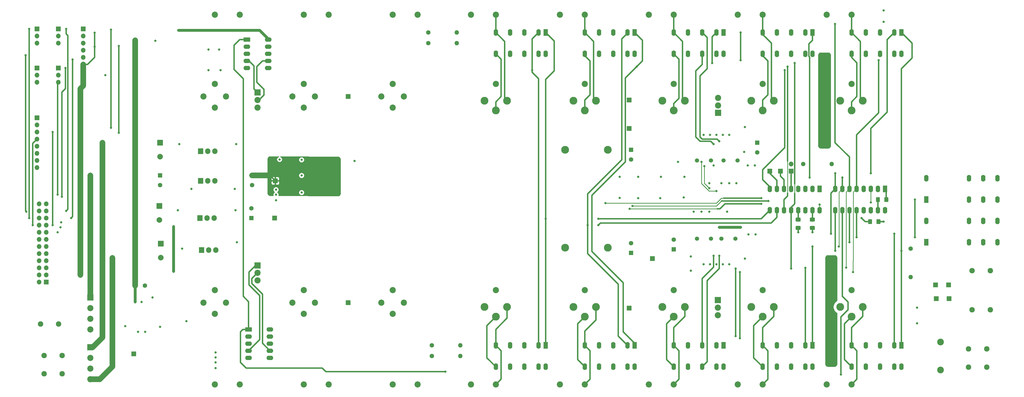
<source format=gbl>
%TF.GenerationSoftware,KiCad,Pcbnew,(5.1.6-0-10_14)*%
%TF.CreationDate,2021-04-04T14:44:52-05:00*%
%TF.ProjectId,preamp_controller1,70726561-6d70-45f6-936f-6e74726f6c6c,Rev. 01*%
%TF.SameCoordinates,Original*%
%TF.FileFunction,Copper,L4,Bot*%
%TF.FilePolarity,Positive*%
%FSLAX46Y46*%
G04 Gerber Fmt 4.6, Leading zero omitted, Abs format (unit mm)*
G04 Created by KiCad (PCBNEW (5.1.6-0-10_14)) date 2021-04-04 14:44:52*
%MOMM*%
%LPD*%
G01*
G04 APERTURE LIST*
%TA.AperFunction,ComponentPad*%
%ADD10C,2.200000*%
%TD*%
%TA.AperFunction,ComponentPad*%
%ADD11R,1.700000X1.700000*%
%TD*%
%TA.AperFunction,ComponentPad*%
%ADD12O,1.700000X1.700000*%
%TD*%
%TA.AperFunction,ComponentPad*%
%ADD13C,1.950000*%
%TD*%
%TA.AperFunction,ComponentPad*%
%ADD14C,2.800000*%
%TD*%
%TA.AperFunction,ComponentPad*%
%ADD15R,2.000000X2.000000*%
%TD*%
%TA.AperFunction,ComponentPad*%
%ADD16C,2.000000*%
%TD*%
%TA.AperFunction,ComponentPad*%
%ADD17R,1.600000X1.600000*%
%TD*%
%TA.AperFunction,ComponentPad*%
%ADD18C,1.600000*%
%TD*%
%TA.AperFunction,ComponentPad*%
%ADD19C,1.500000*%
%TD*%
%TA.AperFunction,ComponentPad*%
%ADD20R,2.200000X2.200000*%
%TD*%
%TA.AperFunction,ComponentPad*%
%ADD21R,1.600000X2.400000*%
%TD*%
%TA.AperFunction,ComponentPad*%
%ADD22O,1.600000X2.400000*%
%TD*%
%TA.AperFunction,ComponentPad*%
%ADD23O,2.400000X1.600000*%
%TD*%
%TA.AperFunction,ComponentPad*%
%ADD24R,2.400000X1.600000*%
%TD*%
%TA.AperFunction,ComponentPad*%
%ADD25O,2.800000X2.800000*%
%TD*%
%TA.AperFunction,ComponentPad*%
%ADD26O,1.600000X1.600000*%
%TD*%
%TA.AperFunction,ComponentPad*%
%ADD27C,2.400000*%
%TD*%
%TA.AperFunction,ComponentPad*%
%ADD28R,1.905000X2.000000*%
%TD*%
%TA.AperFunction,ComponentPad*%
%ADD29O,1.905000X2.000000*%
%TD*%
%TA.AperFunction,ViaPad*%
%ADD30C,0.800000*%
%TD*%
%TA.AperFunction,Conductor*%
%ADD31C,0.250000*%
%TD*%
%TA.AperFunction,Conductor*%
%ADD32C,2.000000*%
%TD*%
%TA.AperFunction,Conductor*%
%ADD33C,0.500000*%
%TD*%
%TA.AperFunction,Conductor*%
%ADD34C,1.000000*%
%TD*%
%TA.AperFunction,Conductor*%
%ADD35C,0.254000*%
%TD*%
G04 APERTURE END LIST*
D10*
%TO.P,J19,G*%
%TO.N,GNDPWR*%
X-106680000Y-32330000D03*
%TO.P,J19,3*%
%TO.N,left_out_inv*%
X-106680000Y-40830000D03*
%TO.P,J19,2*%
%TO.N,left_out_noninv*%
X-110680000Y-36830000D03*
%TO.P,J19,1*%
%TO.N,GNDA*%
X-102680000Y-36830000D03*
%TD*%
D11*
%TO.P,TP15,1*%
%TO.N,GNDA*%
X155350000Y-30480000D03*
%TD*%
%TO.P,TP14,1*%
%TO.N,GNDA*%
X155526000Y-35384000D03*
%TD*%
%TO.P,TP13,1*%
%TO.N,GNDA*%
X150700000Y-30480000D03*
%TD*%
%TO.P,TP12,1*%
%TO.N,GNDA*%
X150876000Y-35384000D03*
%TD*%
%TO.P,TP4,1*%
%TO.N,GND*%
X-135636000Y-55118000D03*
%TD*%
%TO.P,J10,1*%
%TO.N,+12V*%
X-166878000Y-29464000D03*
D12*
%TO.P,J10,2*%
X-169418000Y-29464000D03*
%TO.P,J10,3*%
%TO.N,+5V*%
X-166878000Y-26924000D03*
%TO.P,J10,4*%
X-169418000Y-26924000D03*
%TO.P,J10,5*%
%TO.N,+3V3*%
X-166878000Y-24384000D03*
%TO.P,J10,6*%
X-169418000Y-24384000D03*
%TO.P,J10,7*%
%TO.N,GND*%
X-166878000Y-21844000D03*
%TO.P,J10,8*%
X-169418000Y-21844000D03*
%TO.P,J10,9*%
%TO.N,vol_spi_latch*%
X-166878000Y-19304000D03*
%TO.P,J10,10*%
%TO.N,vol_spi_data*%
X-169418000Y-19304000D03*
%TO.P,J10,11*%
%TO.N,vol_spi_clock*%
X-166878000Y-16764000D03*
%TO.P,J10,12*%
%TO.N,GND*%
X-169418000Y-16764000D03*
%TO.P,J10,13*%
%TO.N,relay_spi_strobe*%
X-166878000Y-14224000D03*
%TO.P,J10,14*%
%TO.N,relay_spi_data*%
X-169418000Y-14224000D03*
%TO.P,J10,15*%
%TO.N,relay_spi_clock*%
X-166878000Y-11684000D03*
%TO.P,J10,16*%
%TO.N,GND*%
X-169418000Y-11684000D03*
%TO.P,J10,17*%
%TO.N,i2c1_scl*%
X-166878000Y-9144000D03*
%TO.P,J10,18*%
%TO.N,i2c1_sda*%
X-169418000Y-9144000D03*
%TO.P,J10,19*%
%TO.N,/controls/mute_switch*%
X-166878000Y-6604000D03*
%TO.P,J10,20*%
%TO.N,/controls/operate_switch*%
X-169418000Y-6604000D03*
%TO.P,J10,21*%
%TO.N,/controls/sel_enc_1*%
X-166878000Y-4064000D03*
%TO.P,J10,22*%
%TO.N,/controls/sel_enc_2*%
X-169418000Y-4064000D03*
%TO.P,J10,23*%
%TO.N,/controls/vol_enc_1*%
X-166878000Y-1524000D03*
%TO.P,J10,24*%
%TO.N,/controls/vol_enc_2*%
X-169418000Y-1524000D03*
%TD*%
D13*
%TO.P,J1,1*%
%TO.N,Net-(J1-Pad1)*%
X-167640000Y-62230000D03*
%TO.P,J1,2*%
%TO.N,Net-(J1-Pad2)*%
X-167640000Y-55730000D03*
%TO.P,J1,3*%
%TO.N,GND*%
X-161140000Y-62230000D03*
%TO.P,J1,4*%
%TO.N,Net-(J1-Pad4)*%
X-161140000Y-55730000D03*
%TD*%
D10*
%TO.P,J29,1*%
%TO.N,right_out_noninv*%
X-106680000Y66040000D03*
%TO.P,J29,2*%
%TO.N,GNDA*%
X-97790000Y66040000D03*
%TD*%
%TO.P,J44,G*%
%TO.N,GNDPWR*%
X-6350000Y41330000D03*
D14*
%TO.P,J44,3*%
%TO.N,Net-(J44-Pad3)*%
X-6350000Y31830000D03*
%TO.P,J44,2*%
%TO.N,Net-(J44-Pad2)*%
X-2350000Y35330000D03*
%TO.P,J44,1*%
%TO.N,GNDA*%
X-10350000Y35330000D03*
%TD*%
D10*
%TO.P,J17,G*%
%TO.N,GNDPWR*%
X-43180000Y-32330000D03*
%TO.P,J17,3*%
%TO.N,Net-(J17-Pad3)*%
X-43180000Y-40830000D03*
%TO.P,J17,2*%
%TO.N,Net-(J17-Pad2)*%
X-47180000Y-36830000D03*
%TO.P,J17,1*%
%TO.N,GNDA*%
X-39180000Y-36830000D03*
%TD*%
%TO.P,J18,G*%
%TO.N,GNDPWR*%
X-74930000Y-32330000D03*
%TO.P,J18,3*%
%TO.N,left_out_inv*%
X-74930000Y-40830000D03*
%TO.P,J18,2*%
%TO.N,left_out_noninv*%
X-78930000Y-36830000D03*
%TO.P,J18,1*%
%TO.N,GNDA*%
X-70930000Y-36830000D03*
%TD*%
%TO.P,J23,G*%
%TO.N,GNDPWR*%
X-43180000Y41330000D03*
%TO.P,J23,3*%
%TO.N,Net-(J23-Pad3)*%
X-43180000Y32830000D03*
%TO.P,J23,2*%
%TO.N,Net-(J23-Pad2)*%
X-47180000Y36830000D03*
%TO.P,J23,1*%
%TO.N,GNDA*%
X-39180000Y36830000D03*
%TD*%
%TO.P,J24,G*%
%TO.N,GNDPWR*%
X-74930000Y41330000D03*
%TO.P,J24,3*%
%TO.N,right_out_inv*%
X-74930000Y32830000D03*
%TO.P,J24,2*%
%TO.N,right_out_noninv*%
X-78930000Y36830000D03*
%TO.P,J24,1*%
%TO.N,GNDA*%
X-70930000Y36830000D03*
%TD*%
%TO.P,J25,G*%
%TO.N,GNDPWR*%
X-106680000Y41330000D03*
%TO.P,J25,3*%
%TO.N,right_out_inv*%
X-106680000Y32830000D03*
%TO.P,J25,2*%
%TO.N,right_out_noninv*%
X-110680000Y36830000D03*
%TO.P,J25,1*%
%TO.N,GNDA*%
X-102680000Y36830000D03*
%TD*%
%TO.P,J35,G*%
%TO.N,GNDPWR*%
X120650000Y-32330000D03*
D14*
%TO.P,J35,3*%
%TO.N,Net-(J35-Pad3)*%
X120650000Y-41830000D03*
%TO.P,J35,2*%
%TO.N,Net-(J34-Pad1)*%
X124650000Y-38330000D03*
%TO.P,J35,1*%
%TO.N,GNDA*%
X116650000Y-38330000D03*
%TD*%
D10*
%TO.P,J36,G*%
%TO.N,GNDPWR*%
X88900000Y-32330000D03*
D14*
%TO.P,J36,3*%
%TO.N,Net-(J36-Pad3)*%
X88900000Y-41830000D03*
%TO.P,J36,2*%
%TO.N,Net-(J31-Pad1)*%
X92900000Y-38330000D03*
%TO.P,J36,1*%
%TO.N,GNDA*%
X84900000Y-38330000D03*
%TD*%
D10*
%TO.P,J37,G*%
%TO.N,GNDPWR*%
X57150000Y-32330000D03*
D14*
%TO.P,J37,3*%
%TO.N,Net-(J37-Pad3)*%
X57150000Y-41830000D03*
%TO.P,J37,2*%
%TO.N,Net-(J32-Pad1)*%
X61150000Y-38330000D03*
%TO.P,J37,1*%
%TO.N,GNDA*%
X53150000Y-38330000D03*
%TD*%
D10*
%TO.P,J38,G*%
%TO.N,GNDPWR*%
X25400000Y-32330000D03*
D14*
%TO.P,J38,3*%
%TO.N,Net-(J38-Pad3)*%
X25400000Y-41830000D03*
%TO.P,J38,2*%
%TO.N,Net-(J33-Pad1)*%
X29400000Y-38330000D03*
%TO.P,J38,1*%
%TO.N,GNDA*%
X21400000Y-38330000D03*
%TD*%
D10*
%TO.P,J39,G*%
%TO.N,GNDPWR*%
X-6350000Y-32330000D03*
D14*
%TO.P,J39,3*%
%TO.N,Net-(J39-Pad3)*%
X-6350000Y-41830000D03*
%TO.P,J39,2*%
%TO.N,Net-(J30-Pad1)*%
X-2350000Y-38330000D03*
%TO.P,J39,1*%
%TO.N,GNDA*%
X-10350000Y-38330000D03*
%TD*%
D10*
%TO.P,J40,G*%
%TO.N,GNDPWR*%
X120650000Y41330000D03*
D14*
%TO.P,J40,3*%
%TO.N,Net-(J40-Pad3)*%
X120650000Y31830000D03*
%TO.P,J40,2*%
%TO.N,Net-(J40-Pad2)*%
X124650000Y35330000D03*
%TO.P,J40,1*%
%TO.N,GNDA*%
X116650000Y35330000D03*
%TD*%
D10*
%TO.P,J41,G*%
%TO.N,GNDPWR*%
X88900000Y41330000D03*
D14*
%TO.P,J41,3*%
%TO.N,Net-(J41-Pad3)*%
X88900000Y31830000D03*
%TO.P,J41,2*%
%TO.N,Net-(J41-Pad2)*%
X92900000Y35330000D03*
%TO.P,J41,1*%
%TO.N,GNDA*%
X84900000Y35330000D03*
%TD*%
D10*
%TO.P,J42,G*%
%TO.N,GNDPWR*%
X57150000Y41330000D03*
D14*
%TO.P,J42,3*%
%TO.N,Net-(J42-Pad3)*%
X57150000Y31830000D03*
%TO.P,J42,2*%
%TO.N,Net-(J42-Pad2)*%
X61150000Y35330000D03*
%TO.P,J42,1*%
%TO.N,GNDA*%
X53150000Y35330000D03*
%TD*%
D10*
%TO.P,J43,G*%
%TO.N,GNDPWR*%
X25400000Y41330000D03*
D14*
%TO.P,J43,3*%
%TO.N,Net-(J43-Pad3)*%
X25400000Y31830000D03*
%TO.P,J43,2*%
%TO.N,Net-(J43-Pad2)*%
X29400000Y35330000D03*
%TO.P,J43,1*%
%TO.N,GNDA*%
X21400000Y35330000D03*
%TD*%
D15*
%TO.P,C1,1*%
%TO.N,Net-(C1-Pad1)*%
X-126492000Y-2286000D03*
D16*
%TO.P,C1,2*%
%TO.N,GND*%
X-126492000Y-7286000D03*
%TD*%
%TO.P,C2,2*%
%TO.N,GND*%
X-126238000Y15320000D03*
D15*
%TO.P,C2,1*%
%TO.N,Net-(C1-Pad1)*%
X-126238000Y20320000D03*
%TD*%
%TO.P,C3,1*%
%TO.N,GND*%
X-125984000Y-15748000D03*
D16*
%TO.P,C3,2*%
%TO.N,Net-(C19-Pad2)*%
X-125984000Y-20748000D03*
%TD*%
D17*
%TO.P,C4,1*%
%TO.N,/power/5v_rectified*%
X-126238000Y8636000D03*
D18*
%TO.P,C4,2*%
%TO.N,GND*%
X-126238000Y5136000D03*
%TD*%
D17*
%TO.P,C5,1*%
%TO.N,GND*%
X41910000Y-19050000D03*
D18*
%TO.P,C5,2*%
%TO.N,-15V*%
X41910000Y-15550000D03*
%TD*%
%TO.P,C6,2*%
%TO.N,GND*%
X-93599000Y-3104000D03*
D17*
%TO.P,C6,1*%
%TO.N,+12V*%
X-93599000Y-6604000D03*
%TD*%
%TO.P,C7,1*%
%TO.N,+15V*%
X41910000Y17780000D03*
D18*
%TO.P,C7,2*%
%TO.N,GND*%
X41910000Y14280000D03*
%TD*%
%TO.P,C8,2*%
%TO.N,GND*%
X-93345000Y5136000D03*
D17*
%TO.P,C8,1*%
%TO.N,+5V*%
X-93345000Y8636000D03*
%TD*%
D18*
%TO.P,C11,2*%
%TO.N,GND*%
X-131628000Y-30734000D03*
D17*
%TO.P,C11,1*%
%TO.N,+3V3*%
X-135128000Y-30734000D03*
%TD*%
D19*
%TO.P,C12,1*%
%TO.N,+15V*%
X74208000Y-13970000D03*
%TO.P,C12,2*%
%TO.N,GNDA*%
X79208000Y-13970000D03*
%TD*%
%TO.P,C13,1*%
%TO.N,GNDA*%
X65445000Y-13970000D03*
%TO.P,C13,2*%
%TO.N,-15V*%
X70445000Y-13970000D03*
%TD*%
%TO.P,C14,2*%
%TO.N,GNDA*%
X65445000Y13970000D03*
%TO.P,C14,1*%
%TO.N,+15V*%
X70445000Y13970000D03*
%TD*%
%TO.P,C15,2*%
%TO.N,-15V*%
X74970000Y13970000D03*
%TO.P,C15,1*%
%TO.N,GNDA*%
X79970000Y13970000D03*
%TD*%
D18*
%TO.P,C20,2*%
%TO.N,-15V*%
X57150000Y-14280000D03*
D17*
%TO.P,C20,1*%
%TO.N,Net-(C16-Pad2)*%
X57150000Y-17780000D03*
%TD*%
%TO.P,C23,1*%
%TO.N,Net-(C17-Pad2)*%
X86995000Y20320000D03*
D18*
%TO.P,C23,2*%
%TO.N,-15V*%
X86995000Y16820000D03*
%TD*%
%TO.P,C26,1*%
%TO.N,+5V*%
%TA.AperFunction,SMDPad,CuDef*%
G36*
G01*
X129372000Y-625000D02*
X129372000Y625000D01*
G75*
G02*
X129622000Y875000I250000J0D01*
G01*
X130547000Y875000D01*
G75*
G02*
X130797000Y625000I0J-250000D01*
G01*
X130797000Y-625000D01*
G75*
G02*
X130547000Y-875000I-250000J0D01*
G01*
X129622000Y-875000D01*
G75*
G02*
X129372000Y-625000I0J250000D01*
G01*
G37*
%TD.AperFunction*%
%TO.P,C26,2*%
%TO.N,GND*%
%TA.AperFunction,SMDPad,CuDef*%
G36*
G01*
X132347000Y-625000D02*
X132347000Y625000D01*
G75*
G02*
X132597000Y875000I250000J0D01*
G01*
X133522000Y875000D01*
G75*
G02*
X133772000Y625000I0J-250000D01*
G01*
X133772000Y-625000D01*
G75*
G02*
X133522000Y-875000I-250000J0D01*
G01*
X132597000Y-875000D01*
G75*
G02*
X132347000Y-625000I0J250000D01*
G01*
G37*
%TD.AperFunction*%
%TD*%
%TO.P,C27,2*%
%TO.N,GND*%
%TA.AperFunction,SMDPad,CuDef*%
G36*
G01*
X106055000Y-9411000D02*
X107305000Y-9411000D01*
G75*
G02*
X107555000Y-9661000I0J-250000D01*
G01*
X107555000Y-10586000D01*
G75*
G02*
X107305000Y-10836000I-250000J0D01*
G01*
X106055000Y-10836000D01*
G75*
G02*
X105805000Y-10586000I0J250000D01*
G01*
X105805000Y-9661000D01*
G75*
G02*
X106055000Y-9411000I250000J0D01*
G01*
G37*
%TD.AperFunction*%
%TO.P,C27,1*%
%TO.N,+5V*%
%TA.AperFunction,SMDPad,CuDef*%
G36*
G01*
X106055000Y-6436000D02*
X107305000Y-6436000D01*
G75*
G02*
X107555000Y-6686000I0J-250000D01*
G01*
X107555000Y-7611000D01*
G75*
G02*
X107305000Y-7861000I-250000J0D01*
G01*
X106055000Y-7861000D01*
G75*
G02*
X105805000Y-7611000I0J250000D01*
G01*
X105805000Y-6686000D01*
G75*
G02*
X106055000Y-6436000I250000J0D01*
G01*
G37*
%TD.AperFunction*%
%TD*%
D13*
%TO.P,J2,2*%
%TO.N,Net-(J2-Pad2)*%
X-162410000Y-44450000D03*
%TO.P,J2,1*%
%TO.N,Net-(J2-Pad1)*%
X-168910000Y-44450000D03*
%TD*%
%TO.P,J3,4*%
%TO.N,Net-(J3-Pad4)*%
X162410000Y-59840000D03*
%TO.P,J3,3*%
%TO.N,GNDPWR*%
X162410000Y-53340000D03*
%TO.P,J3,2*%
%TO.N,LINE*%
X168910000Y-59840000D03*
%TO.P,J3,1*%
%TO.N,NEUT*%
X168910000Y-53340000D03*
%TD*%
%TO.P,J4,1*%
%TO.N,Filament_line*%
X170180000Y-39370000D03*
%TO.P,J4,2*%
%TO.N,NEUT*%
X163680000Y-39370000D03*
%TD*%
%TO.P,J5,2*%
%TO.N,NEUT*%
X163680000Y-25400000D03*
%TO.P,J5,1*%
%TO.N,Bplus_line*%
X170180000Y-25400000D03*
%TD*%
D12*
%TO.P,J6,3*%
%TO.N,Net-(J6-Pad3)*%
X-170180000Y55880000D03*
%TO.P,J6,2*%
%TO.N,GND*%
X-170180000Y58420000D03*
D11*
%TO.P,J6,1*%
%TO.N,/controls/operate_switch*%
X-170180000Y60960000D03*
%TD*%
%TO.P,J7,1*%
%TO.N,/controls/mute_switch*%
X-170180000Y46990000D03*
D12*
%TO.P,J7,2*%
%TO.N,GND*%
X-170180000Y44450000D03*
%TO.P,J7,3*%
%TO.N,Net-(J7-Pad3)*%
X-170180000Y41910000D03*
%TD*%
%TO.P,J8,3*%
%TO.N,/controls/sel_enc_2*%
X-162560000Y55880000D03*
%TO.P,J8,2*%
%TO.N,GND*%
X-162560000Y58420000D03*
D11*
%TO.P,J8,1*%
%TO.N,/controls/sel_enc_1*%
X-162560000Y60960000D03*
%TD*%
%TO.P,J9,1*%
%TO.N,/controls/vol_enc_1*%
X-162560000Y46990000D03*
D12*
%TO.P,J9,2*%
%TO.N,GND*%
X-162560000Y44450000D03*
%TO.P,J9,3*%
%TO.N,/controls/vol_enc_2*%
X-162560000Y41910000D03*
%TD*%
D10*
%TO.P,J11,3*%
%TO.N,GNDA*%
X72898000Y-41308000D03*
%TO.P,J11,2*%
%TO.N,left_amp_in_inv*%
X72898000Y-38608000D03*
D20*
%TO.P,J11,1*%
%TO.N,left_amp_in_noninv*%
X72898000Y-35908000D03*
%TD*%
D10*
%TO.P,J12,3*%
%TO.N,GNDA*%
X73025000Y36355000D03*
%TO.P,J12,2*%
%TO.N,right_amp_in_inv*%
X73025000Y33655000D03*
D20*
%TO.P,J12,1*%
%TO.N,right_amp_in_noninv*%
X73025000Y30955000D03*
%TD*%
%TO.P,J13,1*%
%TO.N,left_amp_out_noninv*%
X-91440000Y-23495000D03*
D10*
%TO.P,J13,2*%
%TO.N,left_amp_out_inv*%
X-91440000Y-26195000D03*
%TO.P,J13,3*%
%TO.N,GNDA*%
X-91440000Y-28895000D03*
%TD*%
D20*
%TO.P,J14,1*%
%TO.N,right_amp_out_noninv*%
X-91440000Y38260000D03*
D10*
%TO.P,J14,2*%
%TO.N,right_amp_out_inv*%
X-91440000Y35560000D03*
%TO.P,J14,3*%
%TO.N,GNDA*%
X-91440000Y32860000D03*
%TD*%
D11*
%TO.P,J15,1*%
%TO.N,spare_12v_3*%
X99060000Y10160000D03*
D12*
%TO.P,J15,2*%
%TO.N,Net-(J15-Pad2)*%
X99060000Y12700000D03*
%TD*%
D11*
%TO.P,J16,1*%
%TO.N,+3V3*%
X-170180000Y29210000D03*
D12*
%TO.P,J16,2*%
%TO.N,GND*%
X-170180000Y26670000D03*
%TO.P,J16,3*%
%TO.N,i2c1_scl*%
X-170180000Y24130000D03*
%TO.P,J16,4*%
%TO.N,i2c1_sda*%
X-170180000Y21590000D03*
%TO.P,J16,5*%
%TO.N,Net-(J16-Pad5)*%
X-170180000Y19050000D03*
%TO.P,J16,6*%
%TO.N,Net-(J16-Pad6)*%
X-170180000Y16510000D03*
%TO.P,J16,7*%
%TO.N,Net-(J16-Pad7)*%
X-170180000Y13970000D03*
%TO.P,J16,8*%
%TO.N,Net-(J16-Pad8)*%
X-170180000Y11430000D03*
%TD*%
D10*
%TO.P,J20,1*%
%TO.N,Net-(J17-Pad2)*%
X-43180000Y-66040000D03*
%TO.P,J20,2*%
%TO.N,GNDA*%
X-34290000Y-66040000D03*
%TD*%
%TO.P,J21,1*%
%TO.N,left_out_noninv*%
X-74930000Y-66040000D03*
%TO.P,J21,2*%
%TO.N,GNDA*%
X-66040000Y-66040000D03*
%TD*%
%TO.P,J22,2*%
%TO.N,GNDA*%
X-97790000Y-66040000D03*
%TO.P,J22,1*%
%TO.N,left_out_noninv*%
X-106680000Y-66040000D03*
%TD*%
D11*
%TO.P,J26,1*%
%TO.N,Net-(J26-Pad1)*%
X-153670000Y60960000D03*
D12*
%TO.P,J26,2*%
%TO.N,Net-(J26-Pad2)*%
X-153670000Y58420000D03*
%TO.P,J26,3*%
%TO.N,Net-(J26-Pad3)*%
X-153670000Y55880000D03*
%TO.P,J26,4*%
%TO.N,Net-(J26-Pad4)*%
X-153670000Y53340000D03*
%TO.P,J26,5*%
%TO.N,GND*%
X-153670000Y50800000D03*
%TO.P,J26,6*%
%TO.N,+5V*%
X-153670000Y48260000D03*
%TD*%
D10*
%TO.P,J27,2*%
%TO.N,GNDA*%
X-34290000Y66040000D03*
%TO.P,J27,1*%
%TO.N,Net-(J23-Pad2)*%
X-43180000Y66040000D03*
%TD*%
%TO.P,J28,2*%
%TO.N,GNDA*%
X-66040000Y66040000D03*
%TO.P,J28,1*%
%TO.N,right_out_noninv*%
X-74930000Y66040000D03*
%TD*%
%TO.P,J30,2*%
%TO.N,GNDA*%
X-15240000Y-66040000D03*
%TO.P,J30,1*%
%TO.N,Net-(J30-Pad1)*%
X-6350000Y-66040000D03*
%TD*%
%TO.P,J31,1*%
%TO.N,Net-(J31-Pad1)*%
X88900000Y-66040000D03*
%TO.P,J31,2*%
%TO.N,GNDA*%
X80010000Y-66040000D03*
%TD*%
%TO.P,J32,2*%
%TO.N,GNDA*%
X48260000Y-66040000D03*
%TO.P,J32,1*%
%TO.N,Net-(J32-Pad1)*%
X57150000Y-66040000D03*
%TD*%
%TO.P,J33,1*%
%TO.N,Net-(J33-Pad1)*%
X25400000Y-66040000D03*
%TO.P,J33,2*%
%TO.N,GNDA*%
X16510000Y-66040000D03*
%TD*%
%TO.P,J34,2*%
%TO.N,GNDA*%
X111760000Y-66040000D03*
%TO.P,J34,1*%
%TO.N,Net-(J34-Pad1)*%
X120650000Y-66040000D03*
%TD*%
%TO.P,J45,1*%
%TO.N,Net-(J40-Pad2)*%
X120650000Y66040000D03*
%TO.P,J45,2*%
%TO.N,GNDA*%
X111760000Y66040000D03*
%TD*%
%TO.P,J46,2*%
%TO.N,GNDA*%
X80010000Y66040000D03*
%TO.P,J46,1*%
%TO.N,Net-(J41-Pad2)*%
X88900000Y66040000D03*
%TD*%
%TO.P,J47,1*%
%TO.N,Net-(J42-Pad2)*%
X57150000Y66040000D03*
%TO.P,J47,2*%
%TO.N,GNDA*%
X48260000Y66040000D03*
%TD*%
%TO.P,J48,2*%
%TO.N,GNDA*%
X16510000Y66040000D03*
%TO.P,J48,1*%
%TO.N,Net-(J43-Pad2)*%
X25400000Y66040000D03*
%TD*%
%TO.P,J49,1*%
%TO.N,Net-(J44-Pad2)*%
X-6350000Y66040000D03*
%TO.P,J49,2*%
%TO.N,GNDA*%
X-15240000Y66040000D03*
%TD*%
D21*
%TO.P,K1,A1*%
%TO.N,/relays/filament_relay*%
X147320000Y0D03*
D22*
%TO.P,K1,21*%
%TO.N,Net-(K1-Pad21)*%
X167640000Y7620000D03*
%TO.P,K1,11*%
%TO.N,Filament_line*%
X167640000Y0D03*
%TO.P,K1,14*%
%TO.N,LINE*%
X172720000Y0D03*
%TO.P,K1,22*%
%TO.N,Net-(K1-Pad22)*%
X162560000Y7620000D03*
%TO.P,K1,24*%
%TO.N,Net-(K1-Pad24)*%
X172720000Y7620000D03*
%TO.P,K1,A2*%
%TO.N,GND*%
X147320000Y7620000D03*
%TO.P,K1,12*%
%TO.N,Net-(K1-Pad12)*%
X162560000Y0D03*
%TD*%
D23*
%TO.P,K2,5*%
%TO.N,Net-(K2-Pad5)*%
X-94615000Y-56515000D03*
%TO.P,K2,9*%
%TO.N,GNDA*%
X-86995000Y-48895000D03*
%TO.P,K2,4*%
%TO.N,left_amp_out_noninv*%
X-94615000Y-53975000D03*
%TO.P,K2,8*%
%TO.N,left_out_inv*%
X-86995000Y-51435000D03*
%TO.P,K2,3*%
%TO.N,left_out_noninv*%
X-94615000Y-51435000D03*
%TO.P,K2,7*%
%TO.N,left_amp_out_inv*%
X-86995000Y-53975000D03*
%TO.P,K2,2*%
%TO.N,GNDA*%
X-94615000Y-48895000D03*
%TO.P,K2,10*%
%TO.N,GND*%
X-86995000Y-46355000D03*
D24*
%TO.P,K2,1*%
%TO.N,/relays/mute_relay*%
X-94615000Y-46355000D03*
D23*
%TO.P,K2,6*%
%TO.N,Net-(K2-Pad6)*%
X-86995000Y-56515000D03*
%TD*%
D22*
%TO.P,K3,12*%
%TO.N,Net-(K3-Pad12)*%
X162560000Y-15240000D03*
%TO.P,K3,A2*%
%TO.N,GND*%
X147320000Y-7620000D03*
%TO.P,K3,24*%
%TO.N,Net-(K3-Pad24)*%
X172720000Y-7620000D03*
%TO.P,K3,22*%
%TO.N,Net-(K3-Pad22)*%
X162560000Y-7620000D03*
%TO.P,K3,14*%
%TO.N,LINE*%
X172720000Y-15240000D03*
%TO.P,K3,11*%
%TO.N,Bplus_line*%
X167640000Y-15240000D03*
%TO.P,K3,21*%
%TO.N,Net-(K3-Pad21)*%
X167640000Y-7620000D03*
D21*
%TO.P,K3,A1*%
%TO.N,/relays/bplus_relay*%
X147320000Y-15240000D03*
%TD*%
D23*
%TO.P,K4,6*%
%TO.N,Net-(K4-Pad6)*%
X-87630000Y46990000D03*
D24*
%TO.P,K4,1*%
%TO.N,/relays/mute_relay*%
X-95250000Y57150000D03*
D23*
%TO.P,K4,10*%
%TO.N,GND*%
X-87630000Y57150000D03*
%TO.P,K4,2*%
%TO.N,GNDA*%
X-95250000Y54610000D03*
%TO.P,K4,7*%
%TO.N,right_amp_out_inv*%
X-87630000Y49530000D03*
%TO.P,K4,3*%
%TO.N,right_out_noninv*%
X-95250000Y52070000D03*
%TO.P,K4,8*%
%TO.N,right_out_inv*%
X-87630000Y52070000D03*
%TO.P,K4,4*%
%TO.N,right_amp_out_noninv*%
X-95250000Y49530000D03*
%TO.P,K4,9*%
%TO.N,GNDA*%
X-87630000Y54610000D03*
%TO.P,K4,5*%
%TO.N,Net-(K4-Pad5)*%
X-95250000Y46990000D03*
%TD*%
D22*
%TO.P,K5,9*%
%TO.N,Net-(J35-Pad3)*%
X120650000Y-59690000D03*
%TO.P,K5,2*%
%TO.N,/relays/sel1_reset*%
X135890000Y-52070000D03*
%TO.P,K5,11*%
%TO.N,Net-(K5-Pad11)*%
X125730000Y-59690000D03*
%TO.P,K5,4*%
%TO.N,left_sel_noninv*%
X130810000Y-52070000D03*
%TO.P,K5,13*%
%TO.N,left_sel_inv*%
X130810000Y-59690000D03*
%TO.P,K5,6*%
%TO.N,Net-(K5-Pad6)*%
X125730000Y-52070000D03*
%TO.P,K5,15*%
%TO.N,GND*%
X135890000Y-59690000D03*
%TO.P,K5,8*%
%TO.N,Net-(J34-Pad1)*%
X120650000Y-52070000D03*
%TO.P,K5,16*%
%TO.N,GND*%
X138430000Y-59690000D03*
D21*
%TO.P,K5,1*%
%TO.N,/relays/sel1_set*%
X138430000Y-52070000D03*
%TD*%
%TO.P,K6,1*%
%TO.N,/relays/sel2_set*%
X106680000Y-52070000D03*
D22*
%TO.P,K6,16*%
%TO.N,GND*%
X106680000Y-59690000D03*
%TO.P,K6,8*%
%TO.N,Net-(J31-Pad1)*%
X88900000Y-52070000D03*
%TO.P,K6,15*%
%TO.N,GND*%
X104140000Y-59690000D03*
%TO.P,K6,6*%
%TO.N,Net-(K6-Pad6)*%
X93980000Y-52070000D03*
%TO.P,K6,13*%
%TO.N,left_sel_inv*%
X99060000Y-59690000D03*
%TO.P,K6,4*%
%TO.N,left_sel_noninv*%
X99060000Y-52070000D03*
%TO.P,K6,11*%
%TO.N,Net-(K6-Pad11)*%
X93980000Y-59690000D03*
%TO.P,K6,2*%
%TO.N,/relays/sel2_reset*%
X104140000Y-52070000D03*
%TO.P,K6,9*%
%TO.N,Net-(J36-Pad3)*%
X88900000Y-59690000D03*
%TD*%
%TO.P,K7,9*%
%TO.N,Net-(J37-Pad3)*%
X57150000Y-59690000D03*
%TO.P,K7,2*%
%TO.N,/relays/sel3_reset*%
X72390000Y-52070000D03*
%TO.P,K7,11*%
%TO.N,Net-(K7-Pad11)*%
X62230000Y-59690000D03*
%TO.P,K7,4*%
%TO.N,left_sel_noninv*%
X67310000Y-52070000D03*
%TO.P,K7,13*%
%TO.N,left_sel_inv*%
X67310000Y-59690000D03*
%TO.P,K7,6*%
%TO.N,Net-(K7-Pad6)*%
X62230000Y-52070000D03*
%TO.P,K7,15*%
%TO.N,GND*%
X72390000Y-59690000D03*
%TO.P,K7,8*%
%TO.N,Net-(J32-Pad1)*%
X57150000Y-52070000D03*
%TO.P,K7,16*%
%TO.N,GND*%
X74930000Y-59690000D03*
D21*
%TO.P,K7,1*%
%TO.N,/relays/sel3_set*%
X74930000Y-52070000D03*
%TD*%
%TO.P,K8,1*%
%TO.N,/relays/sel4_set*%
X43180000Y-52070000D03*
D22*
%TO.P,K8,16*%
%TO.N,GND*%
X43180000Y-59690000D03*
%TO.P,K8,8*%
%TO.N,Net-(J33-Pad1)*%
X25400000Y-52070000D03*
%TO.P,K8,15*%
%TO.N,GND*%
X40640000Y-59690000D03*
%TO.P,K8,6*%
%TO.N,Net-(K8-Pad6)*%
X30480000Y-52070000D03*
%TO.P,K8,13*%
%TO.N,left_sel_inv*%
X35560000Y-59690000D03*
%TO.P,K8,4*%
%TO.N,left_sel_noninv*%
X35560000Y-52070000D03*
%TO.P,K8,11*%
%TO.N,Net-(K8-Pad11)*%
X30480000Y-59690000D03*
%TO.P,K8,2*%
%TO.N,/relays/sel4_reset*%
X40640000Y-52070000D03*
%TO.P,K8,9*%
%TO.N,Net-(J38-Pad3)*%
X25400000Y-59690000D03*
%TD*%
%TO.P,K9,9*%
%TO.N,Net-(J39-Pad3)*%
X-6350000Y-59690000D03*
%TO.P,K9,2*%
%TO.N,/relays/sel5_reset*%
X8890000Y-52070000D03*
%TO.P,K9,11*%
%TO.N,Net-(K9-Pad11)*%
X-1270000Y-59690000D03*
%TO.P,K9,4*%
%TO.N,left_sel_noninv*%
X3810000Y-52070000D03*
%TO.P,K9,13*%
%TO.N,left_sel_inv*%
X3810000Y-59690000D03*
%TO.P,K9,6*%
%TO.N,Net-(K9-Pad6)*%
X-1270000Y-52070000D03*
%TO.P,K9,15*%
%TO.N,GND*%
X8890000Y-59690000D03*
%TO.P,K9,8*%
%TO.N,Net-(J30-Pad1)*%
X-6350000Y-52070000D03*
%TO.P,K9,16*%
%TO.N,GND*%
X11430000Y-59690000D03*
D21*
%TO.P,K9,1*%
%TO.N,/relays/sel5_set*%
X11430000Y-52070000D03*
%TD*%
%TO.P,K10,1*%
%TO.N,/relays/sel1_set*%
X138430000Y59690000D03*
D22*
%TO.P,K10,16*%
%TO.N,GND*%
X138430000Y52070000D03*
%TO.P,K10,8*%
%TO.N,Net-(J40-Pad2)*%
X120650000Y59690000D03*
%TO.P,K10,15*%
%TO.N,GND*%
X135890000Y52070000D03*
%TO.P,K10,6*%
%TO.N,Net-(K10-Pad6)*%
X125730000Y59690000D03*
%TO.P,K10,13*%
%TO.N,right_sel_inv*%
X130810000Y52070000D03*
%TO.P,K10,4*%
%TO.N,right_sel_noninv*%
X130810000Y59690000D03*
%TO.P,K10,11*%
%TO.N,Net-(K10-Pad11)*%
X125730000Y52070000D03*
%TO.P,K10,2*%
%TO.N,/relays/sel1_reset*%
X135890000Y59690000D03*
%TO.P,K10,9*%
%TO.N,Net-(J40-Pad3)*%
X120650000Y52070000D03*
%TD*%
%TO.P,K11,9*%
%TO.N,Net-(J41-Pad3)*%
X88900000Y52070000D03*
%TO.P,K11,2*%
%TO.N,/relays/sel2_reset*%
X104140000Y59690000D03*
%TO.P,K11,11*%
%TO.N,Net-(K11-Pad11)*%
X93980000Y52070000D03*
%TO.P,K11,4*%
%TO.N,right_sel_noninv*%
X99060000Y59690000D03*
%TO.P,K11,13*%
%TO.N,right_sel_inv*%
X99060000Y52070000D03*
%TO.P,K11,6*%
%TO.N,Net-(K11-Pad6)*%
X93980000Y59690000D03*
%TO.P,K11,15*%
%TO.N,GND*%
X104140000Y52070000D03*
%TO.P,K11,8*%
%TO.N,Net-(J41-Pad2)*%
X88900000Y59690000D03*
%TO.P,K11,16*%
%TO.N,GND*%
X106680000Y52070000D03*
D21*
%TO.P,K11,1*%
%TO.N,/relays/sel2_set*%
X106680000Y59690000D03*
%TD*%
%TO.P,K12,1*%
%TO.N,/relays/sel3_set*%
X74930000Y59690000D03*
D22*
%TO.P,K12,16*%
%TO.N,GND*%
X74930000Y52070000D03*
%TO.P,K12,8*%
%TO.N,Net-(J42-Pad2)*%
X57150000Y59690000D03*
%TO.P,K12,15*%
%TO.N,GND*%
X72390000Y52070000D03*
%TO.P,K12,6*%
%TO.N,Net-(K12-Pad6)*%
X62230000Y59690000D03*
%TO.P,K12,13*%
%TO.N,right_sel_inv*%
X67310000Y52070000D03*
%TO.P,K12,4*%
%TO.N,right_sel_noninv*%
X67310000Y59690000D03*
%TO.P,K12,11*%
%TO.N,Net-(K12-Pad11)*%
X62230000Y52070000D03*
%TO.P,K12,2*%
%TO.N,/relays/sel3_reset*%
X72390000Y59690000D03*
%TO.P,K12,9*%
%TO.N,Net-(J42-Pad3)*%
X57150000Y52070000D03*
%TD*%
%TO.P,K13,9*%
%TO.N,Net-(J43-Pad3)*%
X25400000Y52070000D03*
%TO.P,K13,2*%
%TO.N,/relays/sel4_reset*%
X40640000Y59690000D03*
%TO.P,K13,11*%
%TO.N,Net-(K13-Pad11)*%
X30480000Y52070000D03*
%TO.P,K13,4*%
%TO.N,right_sel_noninv*%
X35560000Y59690000D03*
%TO.P,K13,13*%
%TO.N,right_sel_inv*%
X35560000Y52070000D03*
%TO.P,K13,6*%
%TO.N,Net-(K13-Pad6)*%
X30480000Y59690000D03*
%TO.P,K13,15*%
%TO.N,GND*%
X40640000Y52070000D03*
%TO.P,K13,8*%
%TO.N,Net-(J43-Pad2)*%
X25400000Y59690000D03*
%TO.P,K13,16*%
%TO.N,GND*%
X43180000Y52070000D03*
D21*
%TO.P,K13,1*%
%TO.N,/relays/sel4_set*%
X43180000Y59690000D03*
%TD*%
%TO.P,K14,1*%
%TO.N,/relays/sel5_set*%
X11430000Y59690000D03*
D22*
%TO.P,K14,16*%
%TO.N,GND*%
X11430000Y52070000D03*
%TO.P,K14,8*%
%TO.N,Net-(J44-Pad2)*%
X-6350000Y59690000D03*
%TO.P,K14,15*%
%TO.N,GND*%
X8890000Y52070000D03*
%TO.P,K14,6*%
%TO.N,Net-(K14-Pad6)*%
X-1270000Y59690000D03*
%TO.P,K14,13*%
%TO.N,right_sel_inv*%
X3810000Y52070000D03*
%TO.P,K14,4*%
%TO.N,right_sel_noninv*%
X3810000Y59690000D03*
%TO.P,K14,11*%
%TO.N,Net-(K14-Pad11)*%
X-1270000Y52070000D03*
%TO.P,K14,2*%
%TO.N,/relays/sel5_reset*%
X8890000Y59690000D03*
%TO.P,K14,9*%
%TO.N,Net-(J44-Pad3)*%
X-6350000Y52070000D03*
%TD*%
D14*
%TO.P,R1,1*%
%TO.N,-15V*%
X33655000Y-17145000D03*
D25*
%TO.P,R1,2*%
%TO.N,Net-(C30-Pad2)*%
X18415000Y-17145000D03*
%TD*%
%TO.P,R2,2*%
%TO.N,Net-(C32-Pad1)*%
X18415000Y17780000D03*
D14*
%TO.P,R2,1*%
%TO.N,+15V*%
X33655000Y17780000D03*
%TD*%
D26*
%TO.P,R13,2*%
%TO.N,GND*%
X113538000Y12700000D03*
D18*
%TO.P,R13,1*%
%TO.N,Net-(J15-Pad2)*%
X103378000Y12700000D03*
%TD*%
%TO.P,R16,1*%
%TO.N,Net-(J17-Pad3)*%
X-29210000Y-55880000D03*
D26*
%TO.P,R16,2*%
%TO.N,left_sel_inv*%
X-19050000Y-55880000D03*
%TD*%
%TO.P,R19,2*%
%TO.N,left_sel_noninv*%
X-19050000Y-52070000D03*
D18*
%TO.P,R19,1*%
%TO.N,Net-(J17-Pad2)*%
X-29210000Y-52070000D03*
%TD*%
%TO.P,R20,1*%
%TO.N,Net-(J23-Pad3)*%
X-30480000Y55880000D03*
D26*
%TO.P,R20,2*%
%TO.N,right_sel_inv*%
X-20320000Y55880000D03*
%TD*%
%TO.P,R21,2*%
%TO.N,right_sel_noninv*%
X-20320000Y59690000D03*
D18*
%TO.P,R21,1*%
%TO.N,Net-(J23-Pad2)*%
X-30480000Y59690000D03*
%TD*%
D27*
%TO.P,R36,1*%
%TO.N,GNDPWR*%
X152400000Y-60880000D03*
%TO.P,R36,2*%
%TO.N,GNDA*%
X152400000Y-50880000D03*
%TD*%
D18*
%TO.P,R37,1*%
%TO.N,GND*%
X141732000Y-17526000D03*
D26*
%TO.P,R37,2*%
%TO.N,GNDA*%
X141732000Y-27686000D03*
%TD*%
D11*
%TO.P,TP1,1*%
%TO.N,+12V*%
X-85344000Y-6604000D03*
%TD*%
%TO.P,TP2,1*%
%TO.N,+5V*%
X-85090000Y6731000D03*
%TD*%
%TO.P,TP3,1*%
%TO.N,+15V*%
X41275000Y25400000D03*
%TD*%
%TO.P,TP5,1*%
%TO.N,-15V*%
X49530000Y-21082000D03*
%TD*%
%TO.P,TP6,1*%
%TO.N,GNDA*%
X41275000Y-38735000D03*
%TD*%
%TO.P,TP7,1*%
%TO.N,GNDA*%
X-59055000Y36830000D03*
%TD*%
%TO.P,TP8,1*%
%TO.N,GNDA*%
X41275000Y35560000D03*
%TD*%
%TO.P,TP9,1*%
%TO.N,GNDA*%
X-59055000Y-36830000D03*
%TD*%
%TO.P,TP10,1*%
%TO.N,spare_12v_2*%
X95250000Y10160000D03*
%TD*%
%TO.P,TP11,1*%
%TO.N,spare_12v_1*%
X91440000Y10160000D03*
%TD*%
D20*
%TO.P,U1,1*%
%TO.N,Net-(C1-Pad1)*%
X-151130000Y-52705000D03*
D10*
%TO.P,U1,2*%
%TO.N,Net-(J1-Pad2)*%
X-151130000Y-56515000D03*
%TO.P,U1,3*%
%TO.N,Net-(J1-Pad1)*%
X-151130000Y-60325000D03*
%TO.P,U1,4*%
%TO.N,Net-(C19-Pad2)*%
X-151130000Y-64135000D03*
%TD*%
%TO.P,U2,4*%
%TO.N,GND*%
X-151130000Y-46355000D03*
%TO.P,U2,3*%
%TO.N,Net-(J2-Pad1)*%
X-151130000Y-42545000D03*
%TO.P,U2,2*%
%TO.N,Net-(J2-Pad2)*%
X-151130000Y-38735000D03*
D20*
%TO.P,U2,1*%
%TO.N,/power/5v_rectified*%
X-151130000Y-34925000D03*
%TD*%
D28*
%TO.P,U3,1*%
%TO.N,GND*%
X-111379000Y-18034000D03*
D29*
%TO.P,U3,2*%
%TO.N,Net-(C19-Pad2)*%
X-108839000Y-18034000D03*
%TO.P,U3,3*%
%TO.N,Net-(C30-Pad2)*%
X-106299000Y-18034000D03*
%TD*%
%TO.P,U4,3*%
%TO.N,+12V*%
X-106934000Y-6604000D03*
%TO.P,U4,2*%
%TO.N,GND*%
X-109474000Y-6604000D03*
D28*
%TO.P,U4,1*%
%TO.N,Net-(C1-Pad1)*%
X-112014000Y-6604000D03*
%TD*%
D29*
%TO.P,U5,3*%
%TO.N,Net-(C32-Pad1)*%
X-106680000Y17272000D03*
%TO.P,U5,2*%
%TO.N,GND*%
X-109220000Y17272000D03*
D28*
%TO.P,U5,1*%
%TO.N,Net-(C1-Pad1)*%
X-111760000Y17272000D03*
%TD*%
%TO.P,U6,1*%
%TO.N,/power/5v_rectified*%
X-111760000Y6731000D03*
D29*
%TO.P,U6,2*%
%TO.N,GND*%
X-109220000Y6731000D03*
%TO.P,U6,3*%
%TO.N,+5V*%
X-106680000Y6731000D03*
%TD*%
D21*
%TO.P,U10,1*%
%TO.N,GND*%
X109220000Y3810000D03*
D22*
%TO.P,U10,9*%
%TO.N,/relays/sel5_set*%
X91440000Y-3810000D03*
%TO.P,U10,2*%
%TO.N,Net-(Q6-Pad3)*%
X106680000Y3810000D03*
%TO.P,U10,10*%
%TO.N,/relays/sel4_reset*%
X93980000Y-3810000D03*
%TO.P,U10,3*%
%TO.N,Net-(Q7-Pad3)*%
X104140000Y3810000D03*
%TO.P,U10,11*%
%TO.N,/relays/sel4_set*%
X96520000Y-3810000D03*
%TO.P,U10,4*%
%TO.N,Net-(Q8-Pad3)*%
X101600000Y3810000D03*
%TO.P,U10,12*%
%TO.N,/relays/sel3_reset*%
X99060000Y-3810000D03*
%TO.P,U10,5*%
%TO.N,spare_12v_3*%
X99060000Y3810000D03*
%TO.P,U10,13*%
%TO.N,+12V*%
X101600000Y-3810000D03*
%TO.P,U10,6*%
%TO.N,spare_12v_2*%
X96520000Y3810000D03*
%TO.P,U10,14*%
%TO.N,Net-(U10-Pad14)*%
X104140000Y-3810000D03*
%TO.P,U10,7*%
%TO.N,spare_12v_1*%
X93980000Y3810000D03*
%TO.P,U10,15*%
%TO.N,+5V*%
X106680000Y-3810000D03*
%TO.P,U10,8*%
%TO.N,/relays/sel5_reset*%
X91440000Y3810000D03*
%TO.P,U10,16*%
%TO.N,Net-(U10-Pad16)*%
X109220000Y-3810000D03*
%TD*%
%TO.P,U11,16*%
%TO.N,Net-(U11-Pad16)*%
X132588000Y-3810000D03*
%TO.P,U11,8*%
%TO.N,/relays/sel1_reset*%
X114808000Y3810000D03*
%TO.P,U11,15*%
%TO.N,+5V*%
X130048000Y-3810000D03*
%TO.P,U11,7*%
%TO.N,/relays/sel2_set*%
X117348000Y3810000D03*
%TO.P,U11,14*%
%TO.N,Net-(U11-Pad14)*%
X127508000Y-3810000D03*
%TO.P,U11,6*%
%TO.N,/relays/sel2_reset*%
X119888000Y3810000D03*
%TO.P,U11,13*%
%TO.N,+12V*%
X124968000Y-3810000D03*
%TO.P,U11,5*%
%TO.N,/relays/sel3_set*%
X122428000Y3810000D03*
%TO.P,U11,12*%
%TO.N,/relays/filament_relay*%
X122428000Y-3810000D03*
%TO.P,U11,4*%
%TO.N,Net-(Q8-Pad3)*%
X124968000Y3810000D03*
%TO.P,U11,11*%
%TO.N,/relays/bplus_relay*%
X119888000Y-3810000D03*
%TO.P,U11,3*%
%TO.N,Net-(U10-Pad16)*%
X127508000Y3810000D03*
%TO.P,U11,10*%
%TO.N,/relays/mute_relay*%
X117348000Y-3810000D03*
%TO.P,U11,2*%
%TO.N,Net-(Q6-Pad3)*%
X130048000Y3810000D03*
%TO.P,U11,9*%
%TO.N,/relays/sel1_set*%
X114808000Y-3810000D03*
D21*
%TO.P,U11,1*%
%TO.N,GND*%
X132588000Y3810000D03*
%TD*%
%TO.P,C35,2*%
%TO.N,GND*%
%TA.AperFunction,SMDPad,CuDef*%
G36*
G01*
X129553000Y-8499000D02*
X129553000Y-7249000D01*
G75*
G02*
X129803000Y-6999000I250000J0D01*
G01*
X130728000Y-6999000D01*
G75*
G02*
X130978000Y-7249000I0J-250000D01*
G01*
X130978000Y-8499000D01*
G75*
G02*
X130728000Y-8749000I-250000J0D01*
G01*
X129803000Y-8749000D01*
G75*
G02*
X129553000Y-8499000I0J250000D01*
G01*
G37*
%TD.AperFunction*%
%TO.P,C35,1*%
%TO.N,+12V*%
%TA.AperFunction,SMDPad,CuDef*%
G36*
G01*
X126578000Y-8499000D02*
X126578000Y-7249000D01*
G75*
G02*
X126828000Y-6999000I250000J0D01*
G01*
X127753000Y-6999000D01*
G75*
G02*
X128003000Y-7249000I0J-250000D01*
G01*
X128003000Y-8499000D01*
G75*
G02*
X127753000Y-8749000I-250000J0D01*
G01*
X126828000Y-8749000D01*
G75*
G02*
X126578000Y-8499000I0J250000D01*
G01*
G37*
%TD.AperFunction*%
%TD*%
%TO.P,C36,1*%
%TO.N,+12V*%
%TA.AperFunction,SMDPad,CuDef*%
G36*
G01*
X100975000Y-6436000D02*
X102225000Y-6436000D01*
G75*
G02*
X102475000Y-6686000I0J-250000D01*
G01*
X102475000Y-7611000D01*
G75*
G02*
X102225000Y-7861000I-250000J0D01*
G01*
X100975000Y-7861000D01*
G75*
G02*
X100725000Y-7611000I0J250000D01*
G01*
X100725000Y-6686000D01*
G75*
G02*
X100975000Y-6436000I250000J0D01*
G01*
G37*
%TD.AperFunction*%
%TO.P,C36,2*%
%TO.N,GND*%
%TA.AperFunction,SMDPad,CuDef*%
G36*
G01*
X100975000Y-9411000D02*
X102225000Y-9411000D01*
G75*
G02*
X102475000Y-9661000I0J-250000D01*
G01*
X102475000Y-10586000D01*
G75*
G02*
X102225000Y-10836000I-250000J0D01*
G01*
X100975000Y-10836000D01*
G75*
G02*
X100725000Y-10586000I0J250000D01*
G01*
X100725000Y-9661000D01*
G75*
G02*
X100975000Y-9411000I250000J0D01*
G01*
G37*
%TD.AperFunction*%
%TD*%
D30*
%TO.N,GND*%
X-127889000Y56769000D03*
X-145796000Y44450000D03*
%TO.N,+12V*%
X-121412000Y-9652000D03*
%TO.N,Net-(C1-Pad1)*%
X-146812000Y-2286000D03*
X-146812000Y20320000D03*
%TO.N,GND*%
X-132842000Y-36576000D03*
X-138684000Y-45212000D03*
X-126238000Y-45466000D03*
X-115062000Y3810000D03*
X69850000Y5842000D03*
X74168000Y5842000D03*
X76962000Y5842000D03*
X76200000Y-4318000D03*
X69850000Y-4318000D03*
X67056000Y-4318000D03*
X64262000Y-4318000D03*
X112268000Y-58420000D03*
X114808000Y-58420000D03*
X114554000Y-20574000D03*
X112268000Y-20574000D03*
X109728000Y19304000D03*
X112268000Y19304000D03*
X109728000Y51308000D03*
X112268000Y51308000D03*
X-99568000Y3810000D03*
X-134112000Y-47244000D03*
X-131572000Y-47244000D03*
X-98806000Y-15240000D03*
X-118364000Y-17526000D03*
X-119380000Y19812000D03*
X-119888000Y-3810000D03*
X-99060000Y19812000D03*
X-99314000Y-3810000D03*
X-116840000Y-43434000D03*
X-119634000Y60452000D03*
X132080000Y-7874000D03*
X106680000Y-11684000D03*
X101600000Y-11684000D03*
%TO.N,/power/5v_rectified*%
X-128905000Y-34925000D03*
X-151130000Y8636000D03*
%TO.N,-15V*%
X63246000Y-25400000D03*
X82550000Y25908000D03*
X83566000Y12192000D03*
X86106000Y12192000D03*
X83820000Y-12446000D03*
X86360000Y-12446000D03*
%TO.N,+12V*%
X124206000Y-6604000D03*
X-121412000Y-25654000D03*
%TO.N,+15V*%
X73406000Y-9906000D03*
X71374000Y12192000D03*
X81026000Y-9906000D03*
%TO.N,+5V*%
X-63754000Y14478000D03*
X-63500000Y8636000D03*
X-63500000Y4572000D03*
X58674000Y13462000D03*
X60960000Y8128000D03*
X52578000Y8128000D03*
X44450000Y8128000D03*
X-154686000Y-26924000D03*
X-154686000Y12700000D03*
X-149569500Y59653500D03*
X-149606000Y54610000D03*
X79502000Y5842000D03*
X82550000Y-21082000D03*
X-153670000Y44323000D03*
%TO.N,GND*%
X-83566000Y14351000D03*
X-56769000Y13843000D03*
X37846000Y8128000D03*
X37846000Y635000D03*
%TO.N,+3V3*%
X-135128000Y-36576000D03*
X-75692000Y14224000D03*
X-75692000Y8636000D03*
X-75692000Y2540000D03*
X-135128000Y29464000D03*
X-135128000Y56896000D03*
X-135128000Y51054000D03*
X-135128000Y14478000D03*
X60706000Y762000D03*
X52324000Y508000D03*
X44450000Y508000D03*
X-135128000Y-23368000D03*
%TO.N,GNDA*%
X63246000Y-20320000D03*
X76962000Y-23114000D03*
X74676000Y-23114000D03*
X72390000Y-23114000D03*
X70104000Y-23114000D03*
X67818000Y-23114000D03*
X76962000Y23114000D03*
X74676000Y23114000D03*
X72390000Y23114000D03*
X70104000Y23114000D03*
X67818000Y23114000D03*
X82296000Y17018000D03*
X-108966000Y53594000D03*
X-105156000Y53594000D03*
X-108966000Y46228000D03*
X-104648000Y46228000D03*
X132080000Y67564000D03*
X132080000Y63500000D03*
X144018000Y-38608000D03*
X144018000Y-44196000D03*
X-106426000Y-54610000D03*
X-106426000Y-56388000D03*
X-106426000Y-58166000D03*
X-106426000Y-60198000D03*
%TO.N,left_sel_noninv*%
X71374000Y-20066000D03*
%TO.N,left_sel_inv*%
X73406000Y-20066000D03*
%TO.N,right_sel_noninv*%
X73406000Y20828000D03*
%TO.N,right_sel_inv*%
X71374000Y19812000D03*
%TO.N,/controls/operate_switch*%
X-172974000Y-6604000D03*
X-172974000Y60960000D03*
%TO.N,/controls/mute_switch*%
X-157480000Y50038000D03*
X-157988000Y-6604000D03*
%TO.N,/controls/sel_enc_2*%
X-173990000Y-4318000D03*
X-174244000Y51562000D03*
%TO.N,/controls/sel_enc_1*%
X-159766000Y60960000D03*
X-159766000Y-4064000D03*
%TO.N,/controls/vol_enc_1*%
X-160020000Y46990000D03*
X-161290000Y1016000D03*
%TO.N,/controls/vol_enc_2*%
X-162814000Y1778000D03*
%TO.N,relay_spi_strobe*%
X-84836000Y1778000D03*
X-161798000Y-9906000D03*
%TO.N,relay_spi_data*%
X-84836000Y3556000D03*
X-161544000Y-8128000D03*
%TO.N,relay_spi_clock*%
X-162814000Y-11684000D03*
X-84836000Y-254000D03*
%TO.N,i2c1_scl*%
X-164592000Y-9144000D03*
X-143764000Y60706000D03*
X-143764000Y25654000D03*
X-164592000Y24130000D03*
%TO.N,i2c1_sda*%
X-171704000Y-9144000D03*
X-140970000Y54864000D03*
X-140970000Y23876000D03*
%TO.N,/relays/filament_relay*%
X143256000Y0D03*
X143256000Y-13462000D03*
X122428000Y-13462000D03*
%TO.N,/relays/mute_relay*%
X116840000Y-62484000D03*
X-24384000Y-61468000D03*
%TO.N,/relays/bplus_relay*%
X119888000Y-15240000D03*
%TO.N,/relays/sel1_reset*%
X114808000Y9398000D03*
X127508000Y9398000D03*
X113284000Y-12192000D03*
X135890000Y-12192000D03*
%TO.N,/relays/sel1_set*%
X138430000Y-18288000D03*
X114808000Y-18288000D03*
%TO.N,/relays/sel2_set*%
X117348000Y7874000D03*
X105664000Y7874000D03*
X116078000Y-16764000D03*
X106680000Y-16764000D03*
%TO.N,/relays/sel2_reset*%
X114799999Y62729999D03*
X118762990Y-24274990D03*
X104140000Y-24384000D03*
%TO.N,/relays/sel3_reset*%
X79248000Y-48768000D03*
X79248000Y-24638000D03*
X99060000Y-24638000D03*
X100330000Y48768000D03*
X70896001Y48768000D03*
%TO.N,/relays/sel3_set*%
X130302000Y49784000D03*
X81026000Y59690000D03*
X81026000Y49784000D03*
X80772000Y-49530000D03*
X80772000Y-25908000D03*
X121158000Y-25908000D03*
%TO.N,/relays/sel4_set*%
X97790000Y47498000D03*
X43942000Y47498000D03*
%TO.N,/relays/sel4_reset*%
X26416000Y-9144000D03*
X30226000Y-9144000D03*
%TO.N,/relays/sel5_reset*%
X96774000Y46228000D03*
X6604000Y46228000D03*
%TO.N,/relays/sel5_set*%
X11430000Y-6858000D03*
X30226000Y-6858000D03*
%TO.N,/volume/vol_clock_5v*%
X69850000Y4064000D03*
X68072000Y11938000D03*
%TO.N,/volume/vol_data_5v*%
X72390000Y3048000D03*
X67056000Y13462000D03*
%TO.N,Net-(Q6-Pad3)*%
X88392000Y-1524000D03*
X41402000Y-3302000D03*
%TO.N,Net-(Q7-Pad3)*%
X90932000Y-508000D03*
X42418000Y-2286000D03*
%TO.N,Net-(Q8-Pad3)*%
X88392000Y508000D03*
X32766000Y-1270000D03*
%TO.N,Net-(U10-Pad16)*%
X127508000Y-1016000D03*
X109220000Y-1778000D03*
%TO.N,Net-(C19-Pad2)*%
X-143256000Y-20828000D03*
%TD*%
D31*
%TO.N,/relays/sel4_set*%
X97790000Y2286000D02*
X97790000Y13716000D01*
D32*
%TO.N,Net-(C1-Pad1)*%
X-150241000Y-52705000D02*
X-146812000Y-49276000D01*
X-146812000Y-49276000D02*
X-146812000Y-23040483D01*
X-146812000Y-23040483D02*
X-146812000Y-2286000D01*
D33*
X-146812000Y-2286000D02*
X-146812000Y-2286000D01*
D32*
X-146812000Y-2286000D02*
X-146812000Y20320000D01*
D33*
X-146812000Y20320000D02*
X-146812000Y20320000D01*
%TO.N,GND*%
X133059500Y3338500D02*
X132588000Y3810000D01*
X133059500Y0D02*
X133059500Y3338500D01*
X109691500Y3338500D02*
X109220000Y3810000D01*
D34*
X-90678000Y60452000D02*
X-119634000Y60452000D01*
X-87630000Y57404000D02*
X-90678000Y60452000D01*
D33*
X130265500Y-7874000D02*
X132080000Y-7874000D01*
X132080000Y-7874000D02*
X132080000Y-7874000D01*
X101600000Y-10123500D02*
X101600000Y-11684000D01*
X106680000Y-10123500D02*
X106680000Y-11684000D01*
X106680000Y-11684000D02*
X106680000Y-11684000D01*
X101600000Y-11684000D02*
X101600000Y-11684000D01*
D31*
%TO.N,/power/5v_rectified*%
X-128905000Y-34925000D02*
X-128778000Y-34798000D01*
X-128905000Y-34925000D02*
X-128905000Y-34925000D01*
D32*
X-151130000Y-34925000D02*
X-151130000Y8636000D01*
D33*
X-151130000Y8636000D02*
X-151130000Y8636000D01*
%TO.N,+12V*%
X127290500Y-7874000D02*
X125476000Y-7874000D01*
X125476000Y-7874000D02*
X124206000Y-6604000D01*
X124206000Y-6604000D02*
X124206000Y-6604000D01*
X101600000Y-3810000D02*
X101600000Y-7148500D01*
D34*
X-121412000Y-9652000D02*
X-121412000Y-25654000D01*
%TO.N,+15V*%
X73406000Y-9906000D02*
X81026000Y-9906000D01*
D33*
%TO.N,+5V*%
X-106764788Y6731000D02*
X-106680000Y6731000D01*
X130084500Y-3773500D02*
X130048000Y-3810000D01*
X130084500Y0D02*
X130084500Y-3773500D01*
X-86995000Y8636000D02*
X-85090000Y6731000D01*
D32*
X-93345000Y8636000D02*
X-86995000Y8636000D01*
D33*
X106716500Y-3773500D02*
X106680000Y-3810000D01*
D32*
X-153670000Y40640000D02*
X-153670000Y44323000D01*
X-154686000Y39624000D02*
X-153670000Y40640000D01*
X-154686000Y-26924000D02*
X-154686000Y12700000D01*
X-154686000Y12700000D02*
X-154686000Y39624000D01*
D33*
X-153670000Y48260000D02*
X-152146000Y48260000D01*
X-149606000Y50800000D02*
X-149606000Y54610000D01*
X-152146000Y48260000D02*
X-149606000Y50800000D01*
X-149569500Y54646500D02*
X-149606000Y54610000D01*
X-149569500Y59653500D02*
X-149569500Y54646500D01*
X106680000Y-3810000D02*
X106680000Y-7148500D01*
D32*
X-153670000Y44323000D02*
X-153670000Y48260000D01*
D34*
%TO.N,+3V3*%
X-135128000Y-36576000D02*
X-135128000Y-30734000D01*
D32*
X-135128000Y-30734000D02*
X-135128000Y-23368000D01*
D33*
X-135128000Y29464000D02*
X-135128000Y29464000D01*
D32*
X-135128000Y29464000D02*
X-135128000Y51054000D01*
D33*
X-135128000Y56896000D02*
X-135128000Y56896000D01*
D32*
X-135128000Y51054000D02*
X-135128000Y56896000D01*
X-135128000Y14478000D02*
X-135128000Y29464000D01*
X-135128000Y-23368000D02*
X-135128000Y14478000D01*
D33*
%TO.N,left_sel_noninv*%
X71374000Y-20066000D02*
X71374000Y-24130000D01*
X67310000Y-28194000D02*
X67310000Y-52070000D01*
X71374000Y-24130000D02*
X67310000Y-28194000D01*
%TO.N,left_sel_inv*%
X73406000Y-20066000D02*
X73406000Y-24638000D01*
X73406000Y-24638000D02*
X69088000Y-28956000D01*
X69088000Y-57912000D02*
X67310000Y-59690000D01*
X69088000Y-28956000D02*
X69088000Y-57912000D01*
%TO.N,right_sel_noninv*%
X69088000Y46736000D02*
X69088000Y57912000D01*
X66548000Y44196000D02*
X69088000Y46736000D01*
X69088000Y57912000D02*
X67310000Y59690000D01*
X73406000Y20828000D02*
X72644000Y21590000D01*
X66548000Y22352000D02*
X66548000Y44196000D01*
X67310000Y21590000D02*
X66548000Y22352000D01*
X72644000Y21590000D02*
X67310000Y21590000D01*
%TO.N,right_sel_inv*%
X67310000Y48260000D02*
X67310000Y52070000D01*
X71374000Y19812000D02*
X70358000Y20828000D01*
X65024000Y22352000D02*
X65024000Y45974000D01*
X70358000Y20828000D02*
X66548000Y20828000D01*
X65024000Y45974000D02*
X67310000Y48260000D01*
X66548000Y20828000D02*
X65024000Y22352000D01*
%TO.N,/controls/operate_switch*%
X-172974000Y60960000D02*
X-172974000Y-6604000D01*
%TO.N,/controls/mute_switch*%
X-157480000Y-6096000D02*
X-157988000Y-6604000D01*
X-157480000Y50038000D02*
X-157480000Y-6096000D01*
%TO.N,/controls/sel_enc_2*%
X-174244000Y-4064000D02*
X-173990000Y-4318000D01*
X-174244000Y51562000D02*
X-174244000Y-4064000D01*
%TO.N,/controls/sel_enc_1*%
X-159766000Y60960000D02*
X-159766000Y59182000D01*
X-159169999Y-3467999D02*
X-159766000Y-4064000D01*
X-159169999Y58585999D02*
X-159169999Y-3467999D01*
X-159766000Y59182000D02*
X-159169999Y58585999D01*
%TO.N,/controls/vol_enc_1*%
X-161290000Y1016000D02*
X-161290000Y38354000D01*
X-160020000Y39624000D02*
X-160020000Y46990000D01*
X-161290000Y38354000D02*
X-160020000Y39624000D01*
%TO.N,/controls/vol_enc_2*%
X-162814000Y41656000D02*
X-162560000Y41910000D01*
X-162814000Y1778000D02*
X-162814000Y41656000D01*
%TO.N,i2c1_scl*%
X-143764000Y60706000D02*
X-143764000Y25654000D01*
X-143764000Y25654000D02*
X-143764000Y25654000D01*
X-164592000Y24130000D02*
X-164592000Y-9144000D01*
%TO.N,i2c1_sda*%
X-140970000Y54864000D02*
X-140970000Y23876000D01*
X-140970000Y23876000D02*
X-140970000Y23876000D01*
X-171704000Y20066000D02*
X-170180000Y21590000D01*
X-171704000Y-9144000D02*
X-171704000Y20066000D01*
%TO.N,left_amp_out_noninv*%
X-90678000Y-34290000D02*
X-90678000Y-50038000D01*
X-94488000Y-30480000D02*
X-90678000Y-34290000D01*
X-94488000Y-25908000D02*
X-94488000Y-30480000D01*
X-92075000Y-23495000D02*
X-94488000Y-25908000D01*
X-90678000Y-50038000D02*
X-94615000Y-53975000D01*
X-91440000Y-23495000D02*
X-92075000Y-23495000D01*
%TO.N,left_amp_out_inv*%
X-93472000Y-29972000D02*
X-89662000Y-33782000D01*
X-89662000Y-51308000D02*
X-86995000Y-53975000D01*
X-93472000Y-28227000D02*
X-93472000Y-29972000D01*
X-89662000Y-33782000D02*
X-89662000Y-51308000D01*
X-91440000Y-26195000D02*
X-93472000Y-28227000D01*
D34*
%TO.N,right_amp_out_noninv*%
X-95250000Y49530000D02*
X-95010010Y49290010D01*
D33*
X-92710000Y39530000D02*
X-91440000Y38260000D01*
X-92710000Y47752000D02*
X-92710000Y39530000D01*
X-94488000Y49530000D02*
X-92710000Y47752000D01*
X-95250000Y49530000D02*
X-94488000Y49530000D01*
%TO.N,right_amp_out_inv*%
X-87630000Y49530000D02*
X-89662000Y49530000D01*
X-89662000Y49530000D02*
X-91694000Y47498000D01*
X-91694000Y47498000D02*
X-91694000Y41910000D01*
X-91694000Y41910000D02*
X-89154000Y39370000D01*
X-89154000Y39370000D02*
X-89154000Y37338000D01*
X-90932000Y35560000D02*
X-91440000Y35560000D01*
X-89154000Y37338000D02*
X-90932000Y35560000D01*
%TO.N,spare_12v_3*%
X99060000Y3810000D02*
X99060000Y10160000D01*
%TO.N,Net-(J30-Pad1)*%
X-2350000Y-38330000D02*
X-2350000Y-42355000D01*
X-6350000Y-46355000D02*
X-6350000Y-52070000D01*
X-2350000Y-42355000D02*
X-6350000Y-46355000D01*
X-6350000Y-52070000D02*
X-4445000Y-53975000D01*
X-4445000Y-64135000D02*
X-6350000Y-66040000D01*
X-4445000Y-53975000D02*
X-4445000Y-64135000D01*
%TO.N,Net-(J31-Pad1)*%
X92900000Y-38330000D02*
X92900000Y-41720000D01*
X88900000Y-45720000D02*
X88900000Y-52070000D01*
X92900000Y-41720000D02*
X88900000Y-45720000D01*
X88900000Y-52070000D02*
X90805000Y-53975000D01*
X90805000Y-64135000D02*
X88900000Y-66040000D01*
X90805000Y-53975000D02*
X90805000Y-64135000D01*
%TO.N,Net-(J32-Pad1)*%
X61150000Y-38330000D02*
X61150000Y-41720000D01*
X57150000Y-45720000D02*
X57150000Y-52070000D01*
X61150000Y-41720000D02*
X57150000Y-45720000D01*
X57150000Y-52070000D02*
X59055000Y-53975000D01*
X59055000Y-64135000D02*
X57150000Y-66040000D01*
X59055000Y-53975000D02*
X59055000Y-64135000D01*
%TO.N,Net-(J33-Pad1)*%
X29400000Y-38330000D02*
X29400000Y-42990000D01*
X25400000Y-46990000D02*
X25400000Y-52070000D01*
X29400000Y-42990000D02*
X25400000Y-46990000D01*
X25400000Y-52070000D02*
X27305000Y-53975000D01*
X27305000Y-64135000D02*
X25400000Y-66040000D01*
X27305000Y-53975000D02*
X27305000Y-64135000D01*
%TO.N,Net-(J34-Pad1)*%
X124650000Y-38330000D02*
X124650000Y-41720000D01*
X120650000Y-45720000D02*
X120650000Y-52070000D01*
X124650000Y-41720000D02*
X120650000Y-45720000D01*
X120650000Y-52070000D02*
X122555000Y-53975000D01*
X122555000Y-64135000D02*
X120650000Y-66040000D01*
X122555000Y-53975000D02*
X122555000Y-64135000D01*
%TO.N,Net-(J35-Pad3)*%
X120650000Y-41830000D02*
X118110000Y-44370000D01*
X118110000Y-57150000D02*
X120650000Y-59690000D01*
X118110000Y-44370000D02*
X118110000Y-57150000D01*
%TO.N,Net-(J36-Pad3)*%
X88900000Y-41830000D02*
X85725000Y-45005000D01*
X85725000Y-56515000D02*
X88900000Y-59690000D01*
X85725000Y-45005000D02*
X85725000Y-56515000D01*
%TO.N,Net-(J37-Pad3)*%
X57150000Y-41830000D02*
X54610000Y-44370000D01*
X54610000Y-57150000D02*
X57150000Y-59690000D01*
X54610000Y-44370000D02*
X54610000Y-57150000D01*
%TO.N,Net-(J38-Pad3)*%
X25400000Y-41830000D02*
X22860000Y-44370000D01*
X22860000Y-57150000D02*
X25400000Y-59690000D01*
X22860000Y-44370000D02*
X22860000Y-57150000D01*
%TO.N,Net-(J39-Pad3)*%
X-6350000Y-41830000D02*
X-9525000Y-45005000D01*
X-9525000Y-56515000D02*
X-6350000Y-59690000D01*
X-9525000Y-45005000D02*
X-9525000Y-56515000D01*
D31*
%TO.N,Net-(J40-Pad3)*%
X120650000Y52070000D02*
X120650000Y50800000D01*
D33*
X120650000Y50800000D02*
X122555000Y48895000D01*
X122555000Y48895000D02*
X122555000Y36830000D01*
X122555000Y36830000D02*
X120650000Y34925000D01*
X120650000Y34925000D02*
X120650000Y31830000D01*
%TO.N,Net-(J40-Pad2)*%
X120650000Y66040000D02*
X120650000Y59690000D01*
D31*
X123825000Y36155000D02*
X124650000Y35330000D01*
D33*
X123825000Y56515000D02*
X123825000Y36155000D01*
X120650000Y59690000D02*
X123825000Y56515000D01*
%TO.N,Net-(J41-Pad2)*%
X88900000Y66040000D02*
X88900000Y59690000D01*
X92075000Y55880000D02*
X92075000Y36155000D01*
X88900000Y59055000D02*
X92075000Y55880000D01*
D31*
X92075000Y36155000D02*
X92900000Y35330000D01*
X88900000Y59690000D02*
X88900000Y59055000D01*
%TO.N,Net-(J41-Pad3)*%
X88900000Y52070000D02*
X88900000Y51435000D01*
D33*
X88900000Y51435000D02*
X90805000Y49530000D01*
X90805000Y49530000D02*
X90805000Y37465000D01*
X88900000Y35560000D02*
X88900000Y31830000D01*
X90805000Y37465000D02*
X88900000Y35560000D01*
%TO.N,Net-(J42-Pad3)*%
X57150000Y34290000D02*
X57150000Y31830000D01*
X59055000Y36195000D02*
X57150000Y34290000D01*
X59055000Y50165000D02*
X59055000Y36195000D01*
X57150000Y52070000D02*
X59055000Y50165000D01*
%TO.N,Net-(J42-Pad2)*%
X57150000Y66040000D02*
X57150000Y59690000D01*
X57150000Y59690000D02*
X60325000Y56515000D01*
D31*
X60325000Y36155000D02*
X61150000Y35330000D01*
D33*
X60325000Y56515000D02*
X60325000Y36155000D01*
%TO.N,Net-(J43-Pad3)*%
X25400000Y35560000D02*
X25400000Y31830000D01*
X27305000Y49530000D02*
X27305000Y37465000D01*
X25400000Y51435000D02*
X27305000Y49530000D01*
X27305000Y37465000D02*
X25400000Y35560000D01*
D31*
X25400000Y52070000D02*
X25400000Y51435000D01*
D33*
%TO.N,Net-(J43-Pad2)*%
X25400000Y66040000D02*
X25400000Y59690000D01*
X25400000Y59690000D02*
X28575000Y56515000D01*
D31*
X28575000Y36155000D02*
X29400000Y35330000D01*
D33*
X28575000Y56515000D02*
X28575000Y36155000D01*
%TO.N,Net-(J44-Pad2)*%
X-6350000Y66040000D02*
X-6350000Y59690000D01*
X-6350000Y59690000D02*
X-3175000Y56515000D01*
D31*
X-3175000Y36155000D02*
X-2350000Y35330000D01*
D33*
X-3175000Y56515000D02*
X-3175000Y36155000D01*
%TO.N,Net-(J44-Pad3)*%
X-6350000Y52070000D02*
X-4445000Y50165000D01*
X-4445000Y50165000D02*
X-4445000Y36830000D01*
X-6350000Y34925000D02*
X-6350000Y31830000D01*
X-4445000Y36830000D02*
X-6350000Y34925000D01*
%TO.N,/relays/filament_relay*%
X143256000Y0D02*
X143256000Y-13462000D01*
X122428000Y-3810000D02*
X122428000Y-13462000D01*
%TO.N,/relays/mute_relay*%
X117348000Y-3810000D02*
X117348000Y-34036000D01*
X117348000Y-34036000D02*
X117348000Y-34544000D01*
X117348000Y-34544000D02*
X119380000Y-36576000D01*
X119380000Y-36576000D02*
X119380000Y-39370000D01*
X119380000Y-39370000D02*
X116840000Y-41910000D01*
X116840000Y-41910000D02*
X116840000Y-62484000D01*
D31*
X116840000Y-62484000D02*
X116840000Y-62484000D01*
D33*
X-97790000Y57150000D02*
X-95250000Y57150000D01*
X-96520000Y43180000D02*
X-99822000Y46482000D01*
X-96520000Y-34544000D02*
X-96520000Y43180000D01*
X-99822000Y46482000D02*
X-99822000Y55118000D01*
X-99822000Y55118000D02*
X-97790000Y57150000D01*
X-94615000Y-36449000D02*
X-96520000Y-34544000D01*
X-94615000Y-46355000D02*
X-94615000Y-36449000D01*
X-24384000Y-61468000D02*
X-67056000Y-61468000D01*
X-67056000Y-61468000D02*
X-68326000Y-60198000D01*
X-68326000Y-60198000D02*
X-95504000Y-60198000D01*
X-95504000Y-60198000D02*
X-97536000Y-58166000D01*
X-97536000Y-58166000D02*
X-97536000Y-47244000D01*
X-96647000Y-46355000D02*
X-94615000Y-46355000D01*
X-97536000Y-47244000D02*
X-96647000Y-46355000D01*
%TO.N,/relays/bplus_relay*%
X119888000Y-3810000D02*
X119888000Y-15240000D01*
D31*
X119888000Y-15240000D02*
X119888000Y-15240000D01*
D33*
%TO.N,/relays/sel1_reset*%
X114808000Y3810000D02*
X114808000Y9398000D01*
X114808000Y9398000D02*
X114808000Y9398000D01*
X127508000Y9398000D02*
X127508000Y25400000D01*
X127508000Y25400000D02*
X133350000Y31242000D01*
X133350000Y57150000D02*
X135890000Y59690000D01*
X133350000Y31242000D02*
X133350000Y57150000D01*
X114808000Y3810000D02*
X113284000Y2286000D01*
X113284000Y2286000D02*
X113284000Y-12192000D01*
D31*
X113284000Y-12192000D02*
X113284000Y-12192000D01*
D33*
X135890000Y-52070000D02*
X135890000Y-12192000D01*
D31*
X135890000Y-12192000D02*
X135890000Y-12192000D01*
D33*
%TO.N,/relays/sel1_set*%
X138430000Y-52070000D02*
X138430000Y-18288000D01*
X138430000Y46736000D02*
X142240000Y50546000D01*
X142240000Y55880000D02*
X138430000Y59690000D01*
X142240000Y50546000D02*
X142240000Y55880000D01*
X138430000Y-18288000D02*
X138430000Y46736000D01*
X114808000Y-3810000D02*
X114808000Y-18288000D01*
%TO.N,/relays/sel2_set*%
X117348000Y3810000D02*
X117348000Y7874000D01*
X117348000Y7874000D02*
X117348000Y7874000D01*
X105429990Y51152229D02*
X105429990Y55645990D01*
X105664000Y50918219D02*
X105429990Y51152229D01*
X105664000Y7874000D02*
X105664000Y50918219D01*
X106680000Y56896000D02*
X106680000Y59690000D01*
X105429990Y55645990D02*
X106680000Y56896000D01*
D31*
X116222990Y2684990D02*
X116222990Y-16619010D01*
X117348000Y3810000D02*
X116222990Y2684990D01*
X116222990Y-16619010D02*
X116078000Y-16764000D01*
D33*
X106680000Y-52070000D02*
X106680000Y-16764000D01*
D31*
X116078000Y-16764000D02*
X116078000Y-16764000D01*
X106680000Y-16764000D02*
X106680000Y-16764000D01*
D33*
%TO.N,/relays/sel2_reset*%
X119888000Y3810000D02*
X119888000Y15240000D01*
X114799999Y20328001D02*
X114799999Y62729999D01*
X119888000Y15240000D02*
X114799999Y20328001D01*
X114799999Y62729999D02*
X114799999Y62729999D01*
D31*
X118762990Y2684990D02*
X118762990Y-24274990D01*
X119888000Y3810000D02*
X118762990Y2684990D01*
X118762990Y-24274990D02*
X118762990Y-24274990D01*
X118762990Y-24274990D02*
X118872000Y-24384000D01*
D33*
X104140000Y-52070000D02*
X104140000Y-24384000D01*
D31*
X104140000Y-24384000D02*
X104140000Y-24384000D01*
D33*
%TO.N,/relays/sel3_reset*%
X79248000Y-48768000D02*
X79248000Y-24638000D01*
D31*
X79248000Y-24638000D02*
X79248000Y-24638000D01*
D33*
X99060000Y-3810000D02*
X99060000Y-24638000D01*
D31*
X99060000Y-24638000D02*
X99060000Y-24638000D01*
D33*
X99060000Y-3810000D02*
X99060000Y-2794000D01*
X100330000Y-1524000D02*
X100330000Y2286000D01*
D31*
X100330000Y2286000D02*
X100330000Y2032000D01*
D33*
X99060000Y-2794000D02*
X100330000Y-1524000D01*
D31*
X100330000Y5588000D02*
X100330000Y2286000D01*
D33*
X100360001Y44419999D02*
X100360001Y44419999D01*
X70896001Y58196001D02*
X72390000Y59690000D01*
X100360001Y46197999D02*
X100330000Y46228000D01*
X100360001Y7650001D02*
X100360001Y46197999D01*
X100330000Y7620000D02*
X100360001Y7650001D01*
X100330000Y5588000D02*
X100330000Y7620000D01*
X100360001Y48737999D02*
X100330000Y48768000D01*
X100360001Y46197999D02*
X100360001Y48737999D01*
X70896001Y48768000D02*
X70896001Y58196001D01*
%TO.N,/relays/sel3_set*%
X122428000Y3810000D02*
X122428000Y23114000D01*
X122428000Y23114000D02*
X130302000Y30988000D01*
X130302000Y30988000D02*
X130302000Y46736000D01*
X130302000Y46736000D02*
X130302000Y46736000D01*
D31*
X121302990Y2684990D02*
X121302990Y-21699010D01*
X122428000Y3810000D02*
X121302990Y2684990D01*
X121302990Y-21699010D02*
X121158000Y-21844000D01*
D33*
X80772000Y-49530000D02*
X80772000Y-25908000D01*
D31*
X80772000Y-25908000D02*
X80772000Y-25908000D01*
X121158000Y-21844000D02*
X121158000Y-25908000D01*
X121158000Y-25908000D02*
X121158000Y-25908000D01*
D33*
X130302000Y46736000D02*
X130302000Y49530000D01*
X81026000Y59690000D02*
X81026000Y49784000D01*
%TO.N,/relays/sel4_set*%
X43180000Y-52070000D02*
X43180000Y-51308000D01*
X43180000Y-51308000D02*
X39116000Y-47244000D01*
X39116000Y-47244000D02*
X39116000Y-29718000D01*
X39116000Y-29718000D02*
X27940000Y-18542000D01*
X27940000Y-18542000D02*
X27940000Y1524000D01*
X27940000Y1524000D02*
X39878000Y13462000D01*
X39878000Y13462000D02*
X39878000Y43434000D01*
X39878000Y43434000D02*
X43434000Y46990000D01*
X45974000Y56896000D02*
X43180000Y59690000D01*
X45974000Y49530000D02*
X45974000Y56896000D01*
X96520000Y-3810000D02*
X96520000Y0D01*
X97790000Y1270000D02*
X97790000Y2286000D01*
X96520000Y0D02*
X97790000Y1270000D01*
X97790000Y13716000D02*
X97790000Y47498000D01*
X97790000Y47498000D02*
X97790000Y47498000D01*
X43434000Y46990000D02*
X45974000Y49530000D01*
%TO.N,/relays/sel4_reset*%
X40640000Y59690000D02*
X40640000Y59436000D01*
X38608000Y57404000D02*
X38608000Y14224000D01*
X40640000Y59436000D02*
X38608000Y57404000D01*
X38608000Y14224000D02*
X26416000Y2032000D01*
X26416000Y2032000D02*
X26416000Y-8382000D01*
X26416000Y-19304000D02*
X37338000Y-30226000D01*
X37338000Y-48768000D02*
X40640000Y-52070000D01*
X37338000Y-30226000D02*
X37338000Y-48768000D01*
X26416000Y-8382000D02*
X26416000Y-19304000D01*
X30988000Y-8382000D02*
X30226000Y-9144000D01*
X91948000Y-8382000D02*
X30988000Y-8382000D01*
X93980000Y-6350000D02*
X91948000Y-8382000D01*
X93980000Y-3810000D02*
X93980000Y-6350000D01*
%TO.N,/relays/sel5_reset*%
X6604000Y57404000D02*
X8890000Y59690000D01*
X6604000Y45466000D02*
X6604000Y46228000D01*
X8890000Y43180000D02*
X6604000Y45466000D01*
X8890000Y-52070000D02*
X8890000Y43180000D01*
X96774000Y46228000D02*
X96774000Y46228000D01*
X6604000Y46228000D02*
X6604000Y57404000D01*
X96774000Y18542000D02*
X96774000Y33020000D01*
X96774000Y33020000D02*
X96774000Y46228000D01*
X96774000Y32766000D02*
X96774000Y33020000D01*
X91440000Y3810000D02*
X91440000Y4572000D01*
X91440000Y4572000D02*
X88900000Y7112000D01*
X88900000Y7112000D02*
X88900000Y10668000D01*
X88900000Y10668000D02*
X96774000Y18542000D01*
%TO.N,/relays/sel5_set*%
X14478000Y45974000D02*
X14478000Y56642000D01*
X11430000Y42926000D02*
X14478000Y45974000D01*
X14478000Y56642000D02*
X11430000Y59690000D01*
X11430000Y-52070000D02*
X11430000Y-6858000D01*
X11430000Y-6858000D02*
X11430000Y42926000D01*
X30226000Y-6858000D02*
X88392000Y-6858000D01*
X88392000Y-6858000D02*
X91440000Y-3810000D01*
D31*
%TO.N,/volume/vol_clock_5v*%
X68072000Y5842000D02*
X68834000Y5080000D01*
X68072000Y11938000D02*
X68072000Y5842000D01*
X68834000Y5080000D02*
X69850000Y4064000D01*
%TO.N,/volume/vol_data_5v*%
X69792998Y3048000D02*
X72390000Y3048000D01*
X67056000Y5784998D02*
X69792998Y3048000D01*
X67056000Y13462000D02*
X67056000Y5784998D01*
%TO.N,Net-(Q6-Pad3)*%
X72644000Y-3302000D02*
X43688000Y-3302000D01*
X43688000Y-3302000D02*
X41402000Y-3302000D01*
D33*
X72644000Y-3302000D02*
X73660000Y-3302000D01*
X75438000Y-1524000D02*
X88392000Y-1524000D01*
X73660000Y-3302000D02*
X75438000Y-1524000D01*
D31*
%TO.N,Net-(Q7-Pad3)*%
X72390000Y-2286000D02*
X42418000Y-2286000D01*
X74168000Y-508000D02*
X72390000Y-2286000D01*
D33*
X88392000Y-508000D02*
X74168000Y-508000D01*
X88392000Y-508000D02*
X90932000Y-508000D01*
D31*
%TO.N,Net-(Q8-Pad3)*%
X74168000Y508000D02*
X74930000Y508000D01*
X72390000Y-1270000D02*
X74168000Y508000D01*
X32766000Y-1270000D02*
X72390000Y-1270000D01*
D33*
X74930000Y508000D02*
X88392000Y508000D01*
%TO.N,spare_12v_2*%
X95250000Y10160000D02*
X95250000Y8382000D01*
X96520000Y7112000D02*
X96520000Y3810000D01*
X95250000Y8382000D02*
X96520000Y7112000D01*
%TO.N,spare_12v_1*%
X91440000Y10160000D02*
X91440000Y9398000D01*
X93980000Y6858000D02*
X93980000Y3810000D01*
X91440000Y9398000D02*
X93980000Y6858000D01*
D31*
%TO.N,Net-(U10-Pad16)*%
X127508000Y3810000D02*
X127508000Y-1016000D01*
X109220000Y-3810000D02*
X109220000Y-1778000D01*
D32*
%TO.N,Net-(C19-Pad2)*%
X-151130000Y-64135000D02*
X-147701000Y-64135000D01*
X-147701000Y-64135000D02*
X-143256000Y-59690000D01*
X-143256000Y-52070000D02*
X-143256000Y-20828000D01*
D33*
X-126064000Y-20828000D02*
X-125984000Y-20748000D01*
D34*
X-143256000Y-20828000D02*
X-143256000Y-20828000D01*
D32*
X-143256000Y-52070000D02*
X-143256000Y-59690000D01*
%TD*%
D35*
%TO.N,GND*%
G36*
X114740189Y-19956376D02*
G01*
X114903850Y-20006022D01*
X115054672Y-20086638D01*
X115186870Y-20195130D01*
X115295362Y-20327328D01*
X115375978Y-20478150D01*
X115425624Y-20641811D01*
X115443000Y-20818234D01*
X115443000Y-36097295D01*
X115039131Y-36367151D01*
X114687151Y-36719131D01*
X114410602Y-37133017D01*
X114220111Y-37592901D01*
X114123000Y-38081112D01*
X114123000Y-38578888D01*
X114220111Y-39067099D01*
X114410602Y-39526983D01*
X114687151Y-39940869D01*
X115039131Y-40292849D01*
X115443000Y-40562705D01*
X115443000Y-58683766D01*
X115425624Y-58860189D01*
X115375978Y-59023850D01*
X115295362Y-59174672D01*
X115186870Y-59306870D01*
X115054672Y-59415362D01*
X114903850Y-59495978D01*
X114740189Y-59545624D01*
X114563766Y-59563000D01*
X112258234Y-59563000D01*
X112081811Y-59545624D01*
X111918150Y-59495978D01*
X111767328Y-59415362D01*
X111635130Y-59306870D01*
X111526638Y-59174672D01*
X111446022Y-59023850D01*
X111396376Y-58860189D01*
X111379000Y-58683766D01*
X111379000Y-20818234D01*
X111396376Y-20641811D01*
X111446022Y-20478150D01*
X111526638Y-20327328D01*
X111635130Y-20195130D01*
X111767328Y-20086638D01*
X111918150Y-20006022D01*
X112081811Y-19956376D01*
X112258234Y-19939000D01*
X114563766Y-19939000D01*
X114740189Y-19956376D01*
G37*
X114740189Y-19956376D02*
X114903850Y-20006022D01*
X115054672Y-20086638D01*
X115186870Y-20195130D01*
X115295362Y-20327328D01*
X115375978Y-20478150D01*
X115425624Y-20641811D01*
X115443000Y-20818234D01*
X115443000Y-36097295D01*
X115039131Y-36367151D01*
X114687151Y-36719131D01*
X114410602Y-37133017D01*
X114220111Y-37592901D01*
X114123000Y-38081112D01*
X114123000Y-38578888D01*
X114220111Y-39067099D01*
X114410602Y-39526983D01*
X114687151Y-39940869D01*
X115039131Y-40292849D01*
X115443000Y-40562705D01*
X115443000Y-58683766D01*
X115425624Y-58860189D01*
X115375978Y-59023850D01*
X115295362Y-59174672D01*
X115186870Y-59306870D01*
X115054672Y-59415362D01*
X114903850Y-59495978D01*
X114740189Y-59545624D01*
X114563766Y-59563000D01*
X112258234Y-59563000D01*
X112081811Y-59545624D01*
X111918150Y-59495978D01*
X111767328Y-59415362D01*
X111635130Y-59306870D01*
X111526638Y-59174672D01*
X111446022Y-59023850D01*
X111396376Y-58860189D01*
X111379000Y-58683766D01*
X111379000Y-20818234D01*
X111396376Y-20641811D01*
X111446022Y-20478150D01*
X111526638Y-20327328D01*
X111635130Y-20195130D01*
X111767328Y-20086638D01*
X111918150Y-20006022D01*
X112081811Y-19956376D01*
X112258234Y-19939000D01*
X114563766Y-19939000D01*
X114740189Y-19956376D01*
G36*
X112454189Y52433624D02*
G01*
X112617850Y52383978D01*
X112768672Y52303362D01*
X112900870Y52194870D01*
X113009362Y52062672D01*
X113089978Y51911850D01*
X113139624Y51748189D01*
X113157000Y51571766D01*
X113157000Y19294234D01*
X113139624Y19117811D01*
X113089978Y18954150D01*
X113009362Y18803328D01*
X112900870Y18671130D01*
X112768672Y18562638D01*
X112617850Y18482022D01*
X112454189Y18432376D01*
X112277766Y18415000D01*
X109718234Y18415000D01*
X109541811Y18432376D01*
X109378150Y18482022D01*
X109227328Y18562638D01*
X109095130Y18671130D01*
X108986638Y18803328D01*
X108906022Y18954150D01*
X108856376Y19117811D01*
X108839000Y19294234D01*
X108839000Y51571766D01*
X108856376Y51748189D01*
X108906022Y51911850D01*
X108986638Y52062672D01*
X109095130Y52194870D01*
X109227328Y52303362D01*
X109378150Y52383978D01*
X109541811Y52433624D01*
X109718234Y52451000D01*
X112277766Y52451000D01*
X112454189Y52433624D01*
G37*
X112454189Y52433624D02*
X112617850Y52383978D01*
X112768672Y52303362D01*
X112900870Y52194870D01*
X113009362Y52062672D01*
X113089978Y51911850D01*
X113139624Y51748189D01*
X113157000Y51571766D01*
X113157000Y19294234D01*
X113139624Y19117811D01*
X113089978Y18954150D01*
X113009362Y18803328D01*
X112900870Y18671130D01*
X112768672Y18562638D01*
X112617850Y18482022D01*
X112454189Y18432376D01*
X112277766Y18415000D01*
X109718234Y18415000D01*
X109541811Y18432376D01*
X109378150Y18482022D01*
X109227328Y18562638D01*
X109095130Y18671130D01*
X108986638Y18803328D01*
X108906022Y18954150D01*
X108856376Y19117811D01*
X108839000Y19294234D01*
X108839000Y51571766D01*
X108856376Y51748189D01*
X108906022Y51911850D01*
X108986638Y52062672D01*
X109095130Y52194870D01*
X109227328Y52303362D01*
X109378150Y52383978D01*
X109541811Y52433624D01*
X109718234Y52451000D01*
X112277766Y52451000D01*
X112454189Y52433624D01*
%TO.N,+5V*%
G36*
X-83821601Y15347278D02*
G01*
X-83865565Y15338533D01*
X-84052467Y15261115D01*
X-84220674Y15148723D01*
X-84363723Y15005674D01*
X-84476115Y14837467D01*
X-84553533Y14650565D01*
X-84593000Y14452151D01*
X-84593000Y14249849D01*
X-84553533Y14051435D01*
X-84476115Y13864533D01*
X-84363723Y13696326D01*
X-84220674Y13553277D01*
X-84052467Y13440885D01*
X-83865565Y13363467D01*
X-83667151Y13324000D01*
X-83464849Y13324000D01*
X-83266435Y13363467D01*
X-83079533Y13440885D01*
X-82911326Y13553277D01*
X-82768277Y13696326D01*
X-82655885Y13864533D01*
X-82578467Y14051435D01*
X-82539000Y14249849D01*
X-82539000Y14325151D01*
X-76719000Y14325151D01*
X-76719000Y14122849D01*
X-76679533Y13924435D01*
X-76602115Y13737533D01*
X-76489723Y13569326D01*
X-76346674Y13426277D01*
X-76178467Y13313885D01*
X-75991565Y13236467D01*
X-75793151Y13197000D01*
X-75590849Y13197000D01*
X-75392435Y13236467D01*
X-75205533Y13313885D01*
X-75037326Y13426277D01*
X-74894277Y13569326D01*
X-74781885Y13737533D01*
X-74704467Y13924435D01*
X-74665000Y14122849D01*
X-74665000Y14325151D01*
X-74704467Y14523565D01*
X-74781885Y14710467D01*
X-74894277Y14878674D01*
X-75037326Y15021723D01*
X-75205533Y15134115D01*
X-75392435Y15211533D01*
X-75590849Y15251000D01*
X-75793151Y15251000D01*
X-75991565Y15211533D01*
X-76178467Y15134115D01*
X-76346674Y15021723D01*
X-76489723Y14878674D01*
X-76602115Y14710467D01*
X-76679533Y14523565D01*
X-76719000Y14325151D01*
X-82539000Y14325151D01*
X-82539000Y14452151D01*
X-82578467Y14650565D01*
X-82655885Y14837467D01*
X-82768277Y15005674D01*
X-82911326Y15148723D01*
X-83079533Y15261115D01*
X-83266435Y15338533D01*
X-83297611Y15344734D01*
X-62723973Y15244862D01*
X-62548174Y15226739D01*
X-62385217Y15176604D01*
X-62235131Y15095736D01*
X-62103630Y14987214D01*
X-61995754Y14855196D01*
X-61915613Y14704713D01*
X-61866270Y14541518D01*
X-61849000Y14365625D01*
X-61849000Y2217627D01*
X-61866484Y2040654D01*
X-61916431Y1876541D01*
X-61997524Y1725377D01*
X-62106631Y1593005D01*
X-62239534Y1484540D01*
X-62391092Y1404180D01*
X-62555441Y1355032D01*
X-62732493Y1338407D01*
X-83863978Y1440987D01*
X-83848467Y1478435D01*
X-83809000Y1676849D01*
X-83809000Y1879151D01*
X-83848467Y2077565D01*
X-83925885Y2264467D01*
X-84038277Y2432674D01*
X-84181326Y2575723D01*
X-84279246Y2641151D01*
X-76719000Y2641151D01*
X-76719000Y2438849D01*
X-76679533Y2240435D01*
X-76602115Y2053533D01*
X-76489723Y1885326D01*
X-76346674Y1742277D01*
X-76178467Y1629885D01*
X-75991565Y1552467D01*
X-75793151Y1513000D01*
X-75590849Y1513000D01*
X-75392435Y1552467D01*
X-75205533Y1629885D01*
X-75037326Y1742277D01*
X-74894277Y1885326D01*
X-74781885Y2053533D01*
X-74704467Y2240435D01*
X-74665000Y2438849D01*
X-74665000Y2641151D01*
X-74704467Y2839565D01*
X-74781885Y3026467D01*
X-74894277Y3194674D01*
X-75037326Y3337723D01*
X-75205533Y3450115D01*
X-75392435Y3527533D01*
X-75590849Y3567000D01*
X-75793151Y3567000D01*
X-75991565Y3527533D01*
X-76178467Y3450115D01*
X-76346674Y3337723D01*
X-76489723Y3194674D01*
X-76602115Y3026467D01*
X-76679533Y2839565D01*
X-76719000Y2641151D01*
X-84279246Y2641151D01*
X-84317932Y2667000D01*
X-84181326Y2758277D01*
X-84038277Y2901326D01*
X-83925885Y3069533D01*
X-83848467Y3256435D01*
X-83809000Y3454849D01*
X-83809000Y3657151D01*
X-83848467Y3855565D01*
X-83925885Y4042467D01*
X-84038277Y4210674D01*
X-84181326Y4353723D01*
X-84349533Y4466115D01*
X-84536435Y4543533D01*
X-84734849Y4583000D01*
X-84937151Y4583000D01*
X-85135565Y4543533D01*
X-85322467Y4466115D01*
X-85490674Y4353723D01*
X-85633723Y4210674D01*
X-85746115Y4042467D01*
X-85823533Y3855565D01*
X-85863000Y3657151D01*
X-85863000Y3454849D01*
X-85823533Y3256435D01*
X-85746115Y3069533D01*
X-85633723Y2901326D01*
X-85490674Y2758277D01*
X-85354068Y2667000D01*
X-85490674Y2575723D01*
X-85633723Y2432674D01*
X-85746115Y2264467D01*
X-85823533Y2077565D01*
X-85863000Y1879151D01*
X-85863000Y1676849D01*
X-85823533Y1478435D01*
X-85811938Y1450443D01*
X-86882027Y1455638D01*
X-87057826Y1473761D01*
X-87220783Y1523896D01*
X-87370869Y1604764D01*
X-87502370Y1713286D01*
X-87610246Y1845304D01*
X-87690387Y1995787D01*
X-87739730Y2158982D01*
X-87757000Y2334875D01*
X-87757000Y5881000D01*
X-86578072Y5881000D01*
X-86565812Y5756518D01*
X-86529502Y5636820D01*
X-86470537Y5526506D01*
X-86391185Y5429815D01*
X-86294494Y5350463D01*
X-86184180Y5291498D01*
X-86064482Y5255188D01*
X-85940000Y5242928D01*
X-85375750Y5246000D01*
X-85217000Y5404750D01*
X-85217000Y6604000D01*
X-84963000Y6604000D01*
X-84963000Y5404750D01*
X-84804250Y5246000D01*
X-84240000Y5242928D01*
X-84115518Y5255188D01*
X-83995820Y5291498D01*
X-83885506Y5350463D01*
X-83788815Y5429815D01*
X-83709463Y5526506D01*
X-83650498Y5636820D01*
X-83614188Y5756518D01*
X-83601928Y5881000D01*
X-83605000Y6445250D01*
X-83763750Y6604000D01*
X-84963000Y6604000D01*
X-85217000Y6604000D01*
X-86416250Y6604000D01*
X-86575000Y6445250D01*
X-86578072Y5881000D01*
X-87757000Y5881000D01*
X-87757000Y7581000D01*
X-86578072Y7581000D01*
X-86575000Y7016750D01*
X-86416250Y6858000D01*
X-85217000Y6858000D01*
X-85217000Y8057250D01*
X-84963000Y8057250D01*
X-84963000Y6858000D01*
X-83763750Y6858000D01*
X-83605000Y7016750D01*
X-83601928Y7581000D01*
X-83614188Y7705482D01*
X-83650498Y7825180D01*
X-83709463Y7935494D01*
X-83788815Y8032185D01*
X-83885506Y8111537D01*
X-83995820Y8170502D01*
X-84115518Y8206812D01*
X-84240000Y8219072D01*
X-84804250Y8216000D01*
X-84963000Y8057250D01*
X-85217000Y8057250D01*
X-85375750Y8216000D01*
X-85940000Y8219072D01*
X-86064482Y8206812D01*
X-86184180Y8170502D01*
X-86294494Y8111537D01*
X-86391185Y8032185D01*
X-86470537Y7935494D01*
X-86529502Y7825180D01*
X-86565812Y7705482D01*
X-86578072Y7581000D01*
X-87757000Y7581000D01*
X-87757000Y8737151D01*
X-76719000Y8737151D01*
X-76719000Y8534849D01*
X-76679533Y8336435D01*
X-76602115Y8149533D01*
X-76489723Y7981326D01*
X-76346674Y7838277D01*
X-76178467Y7725885D01*
X-75991565Y7648467D01*
X-75793151Y7609000D01*
X-75590849Y7609000D01*
X-75392435Y7648467D01*
X-75205533Y7725885D01*
X-75037326Y7838277D01*
X-74894277Y7981326D01*
X-74781885Y8149533D01*
X-74704467Y8336435D01*
X-74665000Y8534849D01*
X-74665000Y8737151D01*
X-74704467Y8935565D01*
X-74781885Y9122467D01*
X-74894277Y9290674D01*
X-75037326Y9433723D01*
X-75205533Y9546115D01*
X-75392435Y9623533D01*
X-75590849Y9663000D01*
X-75793151Y9663000D01*
X-75991565Y9623533D01*
X-76178467Y9546115D01*
X-76346674Y9433723D01*
X-76489723Y9290674D01*
X-76602115Y9122467D01*
X-76679533Y8935565D01*
X-76719000Y8737151D01*
X-87757000Y8737151D01*
X-87757000Y14482873D01*
X-87739516Y14659846D01*
X-87689569Y14823959D01*
X-87608476Y14975123D01*
X-87499369Y15107495D01*
X-87366466Y15215960D01*
X-87214908Y15296320D01*
X-87050559Y15345468D01*
X-86873507Y15362093D01*
X-83821601Y15347278D01*
G37*
X-83821601Y15347278D02*
X-83865565Y15338533D01*
X-84052467Y15261115D01*
X-84220674Y15148723D01*
X-84363723Y15005674D01*
X-84476115Y14837467D01*
X-84553533Y14650565D01*
X-84593000Y14452151D01*
X-84593000Y14249849D01*
X-84553533Y14051435D01*
X-84476115Y13864533D01*
X-84363723Y13696326D01*
X-84220674Y13553277D01*
X-84052467Y13440885D01*
X-83865565Y13363467D01*
X-83667151Y13324000D01*
X-83464849Y13324000D01*
X-83266435Y13363467D01*
X-83079533Y13440885D01*
X-82911326Y13553277D01*
X-82768277Y13696326D01*
X-82655885Y13864533D01*
X-82578467Y14051435D01*
X-82539000Y14249849D01*
X-82539000Y14325151D01*
X-76719000Y14325151D01*
X-76719000Y14122849D01*
X-76679533Y13924435D01*
X-76602115Y13737533D01*
X-76489723Y13569326D01*
X-76346674Y13426277D01*
X-76178467Y13313885D01*
X-75991565Y13236467D01*
X-75793151Y13197000D01*
X-75590849Y13197000D01*
X-75392435Y13236467D01*
X-75205533Y13313885D01*
X-75037326Y13426277D01*
X-74894277Y13569326D01*
X-74781885Y13737533D01*
X-74704467Y13924435D01*
X-74665000Y14122849D01*
X-74665000Y14325151D01*
X-74704467Y14523565D01*
X-74781885Y14710467D01*
X-74894277Y14878674D01*
X-75037326Y15021723D01*
X-75205533Y15134115D01*
X-75392435Y15211533D01*
X-75590849Y15251000D01*
X-75793151Y15251000D01*
X-75991565Y15211533D01*
X-76178467Y15134115D01*
X-76346674Y15021723D01*
X-76489723Y14878674D01*
X-76602115Y14710467D01*
X-76679533Y14523565D01*
X-76719000Y14325151D01*
X-82539000Y14325151D01*
X-82539000Y14452151D01*
X-82578467Y14650565D01*
X-82655885Y14837467D01*
X-82768277Y15005674D01*
X-82911326Y15148723D01*
X-83079533Y15261115D01*
X-83266435Y15338533D01*
X-83297611Y15344734D01*
X-62723973Y15244862D01*
X-62548174Y15226739D01*
X-62385217Y15176604D01*
X-62235131Y15095736D01*
X-62103630Y14987214D01*
X-61995754Y14855196D01*
X-61915613Y14704713D01*
X-61866270Y14541518D01*
X-61849000Y14365625D01*
X-61849000Y2217627D01*
X-61866484Y2040654D01*
X-61916431Y1876541D01*
X-61997524Y1725377D01*
X-62106631Y1593005D01*
X-62239534Y1484540D01*
X-62391092Y1404180D01*
X-62555441Y1355032D01*
X-62732493Y1338407D01*
X-83863978Y1440987D01*
X-83848467Y1478435D01*
X-83809000Y1676849D01*
X-83809000Y1879151D01*
X-83848467Y2077565D01*
X-83925885Y2264467D01*
X-84038277Y2432674D01*
X-84181326Y2575723D01*
X-84279246Y2641151D01*
X-76719000Y2641151D01*
X-76719000Y2438849D01*
X-76679533Y2240435D01*
X-76602115Y2053533D01*
X-76489723Y1885326D01*
X-76346674Y1742277D01*
X-76178467Y1629885D01*
X-75991565Y1552467D01*
X-75793151Y1513000D01*
X-75590849Y1513000D01*
X-75392435Y1552467D01*
X-75205533Y1629885D01*
X-75037326Y1742277D01*
X-74894277Y1885326D01*
X-74781885Y2053533D01*
X-74704467Y2240435D01*
X-74665000Y2438849D01*
X-74665000Y2641151D01*
X-74704467Y2839565D01*
X-74781885Y3026467D01*
X-74894277Y3194674D01*
X-75037326Y3337723D01*
X-75205533Y3450115D01*
X-75392435Y3527533D01*
X-75590849Y3567000D01*
X-75793151Y3567000D01*
X-75991565Y3527533D01*
X-76178467Y3450115D01*
X-76346674Y3337723D01*
X-76489723Y3194674D01*
X-76602115Y3026467D01*
X-76679533Y2839565D01*
X-76719000Y2641151D01*
X-84279246Y2641151D01*
X-84317932Y2667000D01*
X-84181326Y2758277D01*
X-84038277Y2901326D01*
X-83925885Y3069533D01*
X-83848467Y3256435D01*
X-83809000Y3454849D01*
X-83809000Y3657151D01*
X-83848467Y3855565D01*
X-83925885Y4042467D01*
X-84038277Y4210674D01*
X-84181326Y4353723D01*
X-84349533Y4466115D01*
X-84536435Y4543533D01*
X-84734849Y4583000D01*
X-84937151Y4583000D01*
X-85135565Y4543533D01*
X-85322467Y4466115D01*
X-85490674Y4353723D01*
X-85633723Y4210674D01*
X-85746115Y4042467D01*
X-85823533Y3855565D01*
X-85863000Y3657151D01*
X-85863000Y3454849D01*
X-85823533Y3256435D01*
X-85746115Y3069533D01*
X-85633723Y2901326D01*
X-85490674Y2758277D01*
X-85354068Y2667000D01*
X-85490674Y2575723D01*
X-85633723Y2432674D01*
X-85746115Y2264467D01*
X-85823533Y2077565D01*
X-85863000Y1879151D01*
X-85863000Y1676849D01*
X-85823533Y1478435D01*
X-85811938Y1450443D01*
X-86882027Y1455638D01*
X-87057826Y1473761D01*
X-87220783Y1523896D01*
X-87370869Y1604764D01*
X-87502370Y1713286D01*
X-87610246Y1845304D01*
X-87690387Y1995787D01*
X-87739730Y2158982D01*
X-87757000Y2334875D01*
X-87757000Y5881000D01*
X-86578072Y5881000D01*
X-86565812Y5756518D01*
X-86529502Y5636820D01*
X-86470537Y5526506D01*
X-86391185Y5429815D01*
X-86294494Y5350463D01*
X-86184180Y5291498D01*
X-86064482Y5255188D01*
X-85940000Y5242928D01*
X-85375750Y5246000D01*
X-85217000Y5404750D01*
X-85217000Y6604000D01*
X-84963000Y6604000D01*
X-84963000Y5404750D01*
X-84804250Y5246000D01*
X-84240000Y5242928D01*
X-84115518Y5255188D01*
X-83995820Y5291498D01*
X-83885506Y5350463D01*
X-83788815Y5429815D01*
X-83709463Y5526506D01*
X-83650498Y5636820D01*
X-83614188Y5756518D01*
X-83601928Y5881000D01*
X-83605000Y6445250D01*
X-83763750Y6604000D01*
X-84963000Y6604000D01*
X-85217000Y6604000D01*
X-86416250Y6604000D01*
X-86575000Y6445250D01*
X-86578072Y5881000D01*
X-87757000Y5881000D01*
X-87757000Y7581000D01*
X-86578072Y7581000D01*
X-86575000Y7016750D01*
X-86416250Y6858000D01*
X-85217000Y6858000D01*
X-85217000Y8057250D01*
X-84963000Y8057250D01*
X-84963000Y6858000D01*
X-83763750Y6858000D01*
X-83605000Y7016750D01*
X-83601928Y7581000D01*
X-83614188Y7705482D01*
X-83650498Y7825180D01*
X-83709463Y7935494D01*
X-83788815Y8032185D01*
X-83885506Y8111537D01*
X-83995820Y8170502D01*
X-84115518Y8206812D01*
X-84240000Y8219072D01*
X-84804250Y8216000D01*
X-84963000Y8057250D01*
X-85217000Y8057250D01*
X-85375750Y8216000D01*
X-85940000Y8219072D01*
X-86064482Y8206812D01*
X-86184180Y8170502D01*
X-86294494Y8111537D01*
X-86391185Y8032185D01*
X-86470537Y7935494D01*
X-86529502Y7825180D01*
X-86565812Y7705482D01*
X-86578072Y7581000D01*
X-87757000Y7581000D01*
X-87757000Y8737151D01*
X-76719000Y8737151D01*
X-76719000Y8534849D01*
X-76679533Y8336435D01*
X-76602115Y8149533D01*
X-76489723Y7981326D01*
X-76346674Y7838277D01*
X-76178467Y7725885D01*
X-75991565Y7648467D01*
X-75793151Y7609000D01*
X-75590849Y7609000D01*
X-75392435Y7648467D01*
X-75205533Y7725885D01*
X-75037326Y7838277D01*
X-74894277Y7981326D01*
X-74781885Y8149533D01*
X-74704467Y8336435D01*
X-74665000Y8534849D01*
X-74665000Y8737151D01*
X-74704467Y8935565D01*
X-74781885Y9122467D01*
X-74894277Y9290674D01*
X-75037326Y9433723D01*
X-75205533Y9546115D01*
X-75392435Y9623533D01*
X-75590849Y9663000D01*
X-75793151Y9663000D01*
X-75991565Y9623533D01*
X-76178467Y9546115D01*
X-76346674Y9433723D01*
X-76489723Y9290674D01*
X-76602115Y9122467D01*
X-76679533Y8935565D01*
X-76719000Y8737151D01*
X-87757000Y8737151D01*
X-87757000Y14482873D01*
X-87739516Y14659846D01*
X-87689569Y14823959D01*
X-87608476Y14975123D01*
X-87499369Y15107495D01*
X-87366466Y15215960D01*
X-87214908Y15296320D01*
X-87050559Y15345468D01*
X-86873507Y15362093D01*
X-83821601Y15347278D01*
%TD*%
M02*

</source>
